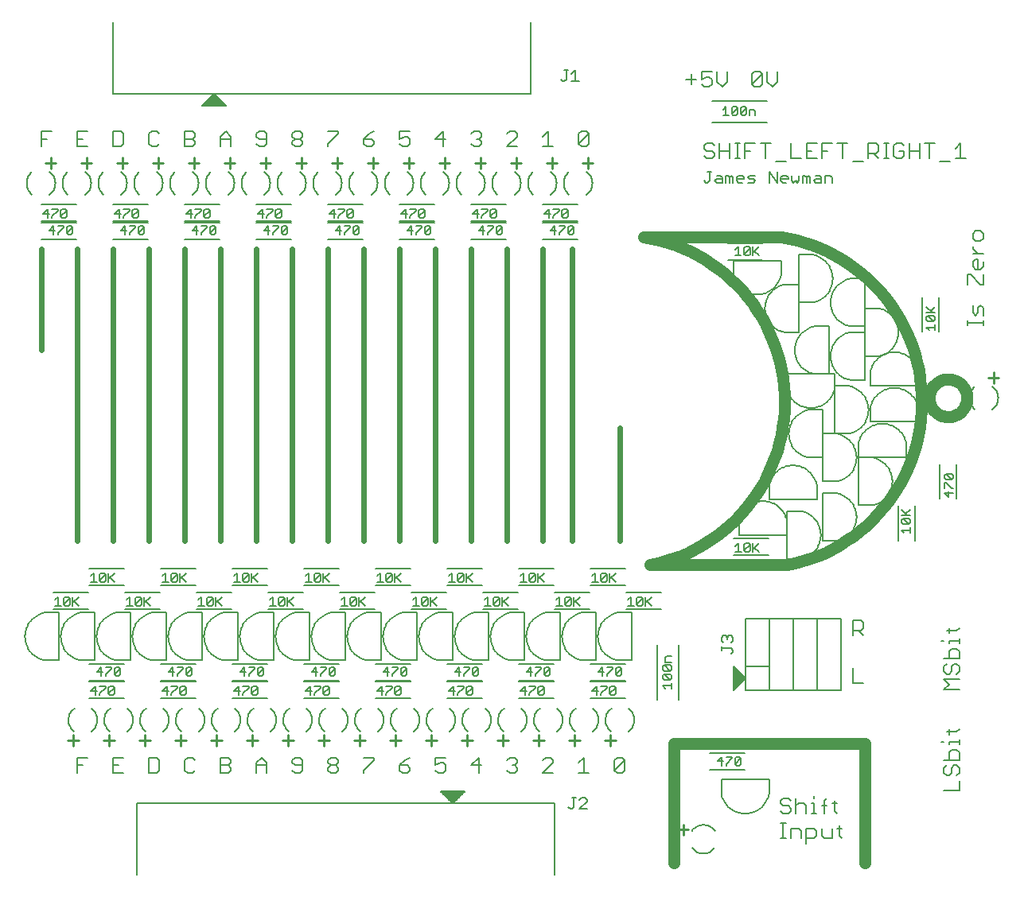
<source format=gto>
G04 Output by ViewMate Deluxe V11.0.9  PentaLogix LLC*
G04 Tue Dec 09 15:32:49 2014*
%FSLAX33Y33*%
%MOMM*%
%IPPOS*%
%ADD19C,0.13*%
%ADD108C,0.1524*%
%ADD110C,1.27*%
%ADD111C,0.6096*%
%ADD112C,0.127*%
%ADD113C,0.254*%

%LPD*%
X0Y0D2*D19*G1X12827Y75626D2*X12200Y74999D1*X78778Y87554D2*X78778Y88011D1*X60876Y13703D2*X60096Y13703D1*X60681Y14872D2*X60876Y14679D1*X60876Y14483*X60096Y13703*X58925Y13899D2*X59121Y13703D1*X59317Y13703*X59510Y13899*X59510Y14872*X59705Y14872D2*X59317Y14872D1*X60096Y14679D2*X60289Y14872D1*X60681Y14872*X69253Y26530D2*X68948Y26835D1*X69863Y26835*X69863Y27140D2*X69863Y26530D1*X69710Y27465D2*X69101Y27465D1*X68948Y27617*X68948Y27922*X69101Y28077*X69710Y28077D2*X69101Y28077D1*X69710Y27465*X69863Y27617*X69863Y27922*X69710Y28077*X69710Y28402D2*X69101Y28402D1*X68948Y28555*X68948Y28859*X69101Y29012*X69710Y29012D2*X69101Y29012D1*X69710Y28402*X69863Y28555*X69863Y28859*X69710Y29012*X69863Y29337D2*X69253Y29337D1*X69253Y29794*X69406Y29947*X69863Y29947*X76208Y30213D2*X76403Y30409D1*X76403Y30602*X76208Y30798*X75235Y30798*X75235Y30993D2*X75235Y30602D1*X75428Y31382D2*X75235Y31577D1*X75235Y31968*X75428Y32161*X75819Y31773D2*X75819Y31968D1*X76208Y31382D2*X76403Y31577D1*X76403Y31968*X76208Y32161*X76015Y32161*X75819Y31968*X75623Y32161*X75428Y32161*X75362Y88163D2*X75667Y88468D1*X75667Y87554*X75971Y87554D2*X75362Y87554D1*X76297Y87706D2*X76297Y88316D1*X76449Y88468*X76754Y88468*X76909Y88316*X76909Y87706D2*X76909Y88316D1*X76297Y87706*X76449Y87554*X76754Y87554*X76909Y87706*X77234Y87706D2*X77234Y88316D1*X77386Y88468*X77691Y88468*X77843Y88316*X77843Y87706D2*X77843Y88316D1*X77234Y87706*X77386Y87554*X77691Y87554*X77843Y87706*X78168Y87554D2*X78168Y88163D1*X78626Y88163*X78778Y88011*X80345Y80378D2*X80345Y81547D1*X82685Y81158D2*X82685Y80574D1*X86192Y80378D2*X86192Y81158D1*X86972Y80378D2*X86972Y80962D1*X86779Y81158*X86192Y81158*X85804Y80962D2*X85608Y81158D1*X85220Y81158*X85024Y80574D2*X85220Y80378D1*X85804Y80378*X85804Y80962*X85804Y80767D2*X85220Y80767D1*X85024Y80574*X83856Y81158D2*X83856Y80378D1*X84244Y80378D2*X84244Y80962D1*X84633Y80378D2*X84633Y80962D1*X84440Y81158*X84244Y80962*X84049Y81158*X83856Y81158*X83464Y81158D2*X83464Y80574D1*X83269Y80378*X83076Y80574*X82880Y80378*X82685Y80574*X82100Y80378D2*X81709Y80378D1*X81516Y80574*X81516Y80962*X81516Y80767D2*X82296Y80767D1*X82296Y80962*X82100Y81158*X81709Y81158*X81516Y80962*X81125Y81547D2*X81125Y80378D1*X80345Y81547*X78786Y81158D2*X78202Y81158D1*X78008Y80962*X78202Y80767*X78593Y80767*X78786Y80574*X78593Y80378*X78008Y80378*X77422Y80378D2*X77033Y80378D1*X76838Y80574*X76838Y80767D2*X77617Y80767D1*X77617Y80962*X77422Y81158*X77033Y81158*X76838Y80962*X76838Y80574*X75669Y81158D2*X75669Y80378D1*X76058Y80378D2*X76058Y80962D1*X76449Y80378D2*X76449Y80962D1*X76253Y81158*X76058Y80962*X75865Y81158*X75669Y81158*X75278Y80962D2*X75085Y81158D1*X74694Y81158*X74498Y80574D2*X74694Y80378D1*X75278Y80378*X75278Y80962*X75278Y80767D2*X74694Y80767D1*X74498Y80574*X73330Y80574D2*X73525Y80378D1*X73718Y80378*X73914Y80574*X73914Y81547*X73718Y81547D2*X74110Y81547D1*X58090Y91369D2*X58285Y91173D1*X58478Y91173*X60038Y91173D2*X59258Y91173D1*X59649Y91173D2*X59649Y92342D1*X59258Y91953*X58478Y92342D2*X58870Y92342D1*X58674Y92342D2*X58674Y91369D1*X58478Y91173*X97942Y64681D2*X97942Y65308D1*X97942Y64994D2*X97003Y64994D1*X97315Y64681*X97158Y65616D2*X97003Y65773D1*X97003Y66086*X97158Y66243*X97785Y65616*X97942Y65773*X97942Y66086*X97785Y66243*X97158Y66243*X97003Y66553D2*X97942Y66553D1*X97630Y66553D2*X97003Y67180D1*X97472Y66708D2*X97942Y67180D1*X97785Y65616D2*X97158Y65616D1*X99063Y49400D2*X99690Y48773D1*X99847Y48928*X99847Y49243*X99690Y49400*X99063Y49400*X98908Y49243*X98908Y48928*X99063Y48773*X99690Y48773*X99063Y48463D2*X99690Y47836D1*X99847Y47836*X99847Y47371D2*X98908Y47371D1*X99378Y46901*X99378Y47528*X98908Y47836D2*X98908Y48463D1*X99063Y48463*X95275Y45578D2*X94806Y45105D1*X94963Y44950D2*X94336Y45578D1*X94336Y44950D2*X95275Y44950D1*X95118Y44640D2*X95275Y44486D1*X95275Y44171*X95118Y44013*X94491Y44640*X95118Y44640D2*X94491Y44640D1*X94336Y44486*X94336Y44171*X94491Y44013*X95118Y44013*X95275Y43706D2*X95275Y43078D1*X95275Y43391D2*X94336Y43391D1*X94648Y43078*X79182Y41999D2*X78555Y41372D1*X78710Y41529D2*X79182Y41059D1*X78555Y41059D2*X78555Y41999D1*X78245Y41844D2*X77617Y41217D1*X77775Y41059*X78087Y41059*X78245Y41217*X78245Y41844*X78087Y41999*X77775Y41999*X77617Y41844*X77617Y41217*X77310Y41059D2*X76683Y41059D1*X76995Y41059D2*X76995Y41999D1*X76683Y41686*X67752Y36284D2*X67125Y35657D1*X67280Y35814D2*X67752Y35344D1*X67125Y35344D2*X67125Y36284D1*X66815Y36129D2*X66187Y35502D1*X66345Y35344*X66657Y35344*X66815Y35502*X66815Y36129*X66657Y36284*X66345Y36284*X66187Y36129*X66187Y35502*X65880Y35344D2*X65253Y35344D1*X65565Y35344D2*X65565Y36284D1*X65253Y35971*X63942Y37884D2*X63470Y38354D1*X63315Y38197D2*X63942Y38824D1*X63315Y38824D2*X63315Y37884D1*X63005Y38042D2*X62847Y37884D1*X62535Y37884*X62377Y38042*X63005Y38669*X63005Y38042D2*X63005Y38669D1*X62847Y38824*X62535Y38824*X62377Y38669*X62377Y38042*X62070Y37884D2*X61443Y37884D1*X61755Y37884D2*X61755Y38824D1*X61443Y38511*X60132Y36284D2*X59505Y35657D1*X59660Y35814D2*X60132Y35344D1*X59505Y35344D2*X59505Y36284D1*X59195Y36129D2*X58567Y35502D1*X58725Y35344*X59037Y35344*X59195Y35502*X59195Y36129*X59037Y36284*X58725Y36284*X58567Y36129*X58567Y35502*X58260Y35344D2*X57633Y35344D1*X57945Y35344D2*X57945Y36284D1*X57633Y35971*X56322Y37884D2*X55850Y38354D1*X55695Y38197D2*X56322Y38824D1*X55695Y38824D2*X55695Y37884D1*X55385Y38042D2*X55227Y37884D1*X54915Y37884*X54757Y38042*X55385Y38669*X55385Y38042D2*X55385Y38669D1*X55227Y38824*X54915Y38824*X54757Y38669*X54757Y38042*X54450Y37884D2*X53823Y37884D1*X54135Y37884D2*X54135Y38824D1*X53823Y38511*X52512Y36284D2*X51885Y35657D1*X51885Y35344D2*X51885Y36284D1*X51575Y36129D2*X50947Y35502D1*X51105Y35344*X51417Y35344*X51575Y35502*X51575Y36129*X51417Y36284*X51105Y36284*X50947Y36129*X50947Y35502*X50640Y35344D2*X50013Y35344D1*X50325Y35344D2*X50325Y36284D1*X50013Y35971*X48702Y37884D2*X48230Y38354D1*X48075Y38197D2*X48702Y38824D1*X48075Y38824D2*X48075Y37884D1*X47765Y38042D2*X47607Y37884D1*X47295Y37884*X47137Y38042*X47765Y38669*X47765Y38042D2*X47765Y38669D1*X47607Y38824*X47295Y38824*X47137Y38669*X47137Y38042*X46830Y37884D2*X46203Y37884D1*X46515Y37884D2*X46515Y38824D1*X46203Y38511*X44892Y36284D2*X44265Y35657D1*X44420Y35814D2*X44892Y35344D1*X44265Y35344D2*X44265Y36284D1*X43955Y36129D2*X43327Y35502D1*X43485Y35344*X43797Y35344*X43955Y35502*X43955Y36129*X43797Y36284*X43485Y36284*X43327Y36129*X43327Y35502*X43020Y35344D2*X42393Y35344D1*X42705Y35344D2*X42705Y36284D1*X42393Y35971*X41082Y37884D2*X40610Y38354D1*X40455Y38197D2*X41082Y38824D1*X40455Y38824D2*X40455Y37884D1*X40145Y38042D2*X40145Y38669D1*X39517Y38042*X39675Y37884*X39987Y37884*X40145Y38042*X40145Y38669D2*X39987Y38824D1*X39675Y38824*X39517Y38669*X39517Y38042*X39210Y37884D2*X38583Y37884D1*X38895Y37884D2*X38895Y38824D1*X38583Y38511*X37272Y36284D2*X36645Y35657D1*X36800Y35814D2*X37272Y35344D1*X36645Y35344D2*X36645Y36284D1*X36335Y36129D2*X35707Y35502D1*X35865Y35344*X36177Y35344*X36335Y35502*X36335Y36129*X36177Y36284*X35865Y36284*X35707Y36129*X35707Y35502*X35400Y35344D2*X34773Y35344D1*X35085Y35344D2*X35085Y36284D1*X34773Y35971*X33462Y37884D2*X32990Y38354D1*X32835Y38197D2*X33462Y38824D1*X32835Y38824D2*X32835Y37884D1*X32525Y38042D2*X32525Y38669D1*X31897Y38042*X32055Y37884*X32367Y37884*X32525Y38042*X32525Y38669D2*X32367Y38824D1*X32055Y38824*X31897Y38669*X31897Y38042*X31590Y37884D2*X30963Y37884D1*X31275Y37884D2*X31275Y38824D1*X30963Y38511*X29652Y36284D2*X29025Y35657D1*X29180Y35814D2*X29652Y35344D1*X29025Y35344D2*X29025Y36284D1*X28715Y36129D2*X28087Y35502D1*X28245Y35344*X28557Y35344*X28715Y35502*X28715Y36129*X28557Y36284*X28245Y36284*X28087Y36129*X28087Y35502*X27780Y35344D2*X27153Y35344D1*X27465Y35344D2*X27465Y36284D1*X27153Y35971*X25842Y37884D2*X25370Y38354D1*X25215Y38197D2*X25842Y38824D1*X25215Y38824D2*X25215Y37884D1*X24905Y38042D2*X24747Y37884D1*X24435Y37884*X24277Y38042*X24905Y38669*X24905Y38042D2*X24905Y38669D1*X24747Y38824*X24435Y38824*X24277Y38669*X24277Y38042*X23970Y37884D2*X23343Y37884D1*X23655Y37884D2*X23655Y38824D1*X23343Y38511*X22032Y36284D2*X21405Y35657D1*X21560Y35814D2*X22032Y35344D1*X21405Y35344D2*X21405Y36284D1*X21095Y36129D2*X20467Y35502D1*X20625Y35344*X20937Y35344*X21095Y35502*X21095Y36129*X20937Y36284*X20625Y36284*X20467Y36129*X20467Y35502*X20160Y35344D2*X19533Y35344D1*X19845Y35344D2*X19845Y36284D1*X19533Y35971*X18222Y37884D2*X17750Y38354D1*X17595Y38197D2*X18222Y38824D1*X17595Y38824D2*X17595Y37884D1*X17285Y38042D2*X17127Y37884D1*X16815Y37884*X16657Y38042*X17285Y38669*X17285Y38042D2*X17285Y38669D1*X17127Y38824*X16815Y38824*X16657Y38669*X16657Y38042*X16350Y37884D2*X15723Y37884D1*X16035Y37884D2*X16035Y38824D1*X15723Y38511*X14412Y36284D2*X13785Y35657D1*X13940Y35814D2*X14412Y35344D1*X13785Y35344D2*X13785Y36284D1*X13475Y36129D2*X12847Y35502D1*X13005Y35344*X13317Y35344*X13475Y35502*X13475Y36129*X13317Y36284*X13005Y36284*X12847Y36129*X12847Y35502*X12540Y35344D2*X11913Y35344D1*X12225Y35344D2*X12225Y36284D1*X11913Y35971*X10602Y37884D2*X10130Y38354D1*X9975Y38197D2*X10602Y38824D1*X9975Y38824D2*X9975Y37884D1*X9665Y38042D2*X9507Y37884D1*X9195Y37884*X9037Y38042*X9665Y38669*X9665Y38042D2*X9665Y38669D1*X9507Y38824*X9195Y38824*X9037Y38669*X9037Y38042*X8730Y37884D2*X8103Y37884D1*X8415Y37884D2*X8415Y38824D1*X8103Y38511*X6792Y36284D2*X6165Y35657D1*X6320Y35814D2*X6792Y35344D1*X6165Y35344D2*X6165Y36284D1*X5855Y36129D2*X5227Y35502D1*X5385Y35344*X5697Y35344*X5855Y35502*X5855Y36129*X5697Y36284*X5385Y36284*X5227Y36129*X5227Y35502*X4920Y35344D2*X4293Y35344D1*X4605Y35344D2*X4605Y36284D1*X4293Y35971*X9195Y28791D2*X8725Y28321D1*X9352Y28321*X9660Y27851D2*X9660Y28009D1*X10287Y28636*X10287Y28791*X9660Y28791*X9195Y28791D2*X9195Y27851D1*X9037Y26759D2*X9665Y26759D1*X9665Y26604*X9037Y25977*X9037Y25819*X8572Y25819D2*X8572Y26759D1*X8103Y26289*X8730Y26289*X9975Y25977D2*X10602Y26604D1*X10602Y25977*X10444Y25819*X10130Y25819*X9975Y25977*X9975Y26604*X10130Y26759*X10444Y26759*X10602Y26604*X10752Y27851D2*X10597Y28009D1*X11224Y28636*X11224Y28009*X11067Y27851*X10752Y27851*X10597Y28009D2*X10597Y28636D1*X10752Y28791*X11067Y28791*X11224Y28636*X15723Y26289D2*X16350Y26289D1*X16657Y25819D2*X16657Y25977D1*X17285Y26604*X17285Y26759*X16657Y26759*X15723Y26289D2*X16192Y26759D1*X16192Y25819*X16815Y27851D2*X16815Y28791D1*X16345Y28321*X16972Y28321*X17280Y28009D2*X17907Y28636D1*X17907Y28791*X17280Y28791*X17280Y28009D2*X17280Y27851D1*X18217Y28009D2*X18844Y28636D1*X18844Y28009*X18687Y27851*X18372Y27851*X18217Y28009*X18217Y28636*X18372Y28791*X18687Y28791*X18844Y28636*X18064Y26759D2*X17750Y26759D1*X17595Y26604*X17595Y25977*X18222Y26604*X18222Y25977*X18064Y25819*X17750Y25819*X17595Y25977*X18222Y26604D2*X18064Y26759D1*X23343Y26289D2*X23970Y26289D1*X24277Y25819D2*X24277Y25977D1*X24905Y26604*X24905Y26759*X24277Y26759*X23343Y26289D2*X23812Y26759D1*X23812Y25819*X24435Y27851D2*X24435Y28791D1*X23965Y28321*X24592Y28321*X24900Y27851D2*X24900Y28009D1*X25527Y28636*X25527Y28791*X24900Y28791*X25837Y28636D2*X25837Y28009D1*X26464Y28636*X26464Y28009*X26307Y27851*X25992Y27851*X25837Y28009*X25837Y28636D2*X25992Y28791D1*X26307Y28791*X26464Y28636*X25684Y26759D2*X25370Y26759D1*X25215Y26604*X25215Y25977*X25842Y26604*X25842Y25977*X25684Y25819*X25370Y25819*X25215Y25977*X25842Y26604D2*X25684Y26759D1*X30963Y26289D2*X31590Y26289D1*X31897Y25819D2*X31897Y25977D1*X32525Y26604*X32525Y26759*X31897Y26759*X31432Y25819D2*X31432Y26759D1*X30963Y26289*X32055Y27851D2*X32055Y28791D1*X31585Y28321*X32212Y28321*X32520Y27851D2*X32520Y28009D1*X33147Y28636*X33147Y28791*X32520Y28791*X33457Y28636D2*X33457Y28009D1*X34084Y28636*X34084Y28009*X33927Y27851*X33612Y27851*X33457Y28009*X33457Y28636D2*X33612Y28791D1*X33927Y28791*X34084Y28636*X33304Y26759D2*X33462Y26604D1*X32835Y25977*X32990Y25819*X33304Y25819*X33462Y25977*X33462Y26604*X33304Y26759D2*X32990Y26759D1*X32835Y26604*X32835Y25977*X38583Y26289D2*X39210Y26289D1*X39517Y25977D2*X40145Y26604D1*X40145Y26759*X39517Y26759*X39052Y26759D2*X39052Y25819D1*X39517Y25819D2*X39517Y25977D1*X39052Y26759D2*X38583Y26289D1*X39675Y27851D2*X39675Y28791D1*X39205Y28321*X39832Y28321*X40140Y27851D2*X40140Y28009D1*X40767Y28636*X40767Y28791*X40140Y28791*X41077Y28636D2*X41077Y28009D1*X41704Y28636*X41704Y28009*X41547Y27851*X41232Y27851*X41077Y28009*X41077Y28636D2*X41232Y28791D1*X41547Y28791*X41704Y28636*X40924Y26759D2*X41082Y26604D1*X40455Y25977*X40610Y25819*X40924Y25819*X41082Y25977*X41082Y26604*X40924Y26759D2*X40610Y26759D1*X40455Y26604*X40455Y25977*X46203Y26289D2*X46830Y26289D1*X47137Y25819D2*X47137Y25977D1*X47765Y26604*X47765Y26759*X47137Y26759*X46203Y26289D2*X46672Y26759D1*X46672Y25819*X47295Y27851D2*X47295Y28791D1*X46825Y28321*X47452Y28321*X47760Y27851D2*X47760Y28009D1*X48387Y28636*X48387Y28791*X47760Y28791*X48697Y28636D2*X48852Y28791D1*X49167Y28791*X49324Y28636*X48697Y28009*X48852Y27851*X49167Y27851*X49324Y28009*X49324Y28636*X48697Y28636D2*X48697Y28009D1*X48544Y26759D2*X48702Y26604D1*X48075Y25977*X48230Y25819*X48544Y25819*X48702Y25977*X48702Y26604*X48544Y26759D2*X48230Y26759D1*X48075Y26604*X48075Y25977*X53823Y26289D2*X54450Y26289D1*X54757Y25819D2*X54757Y25977D1*X55385Y26604*X55385Y26759*X54757Y26759*X53823Y26289D2*X54292Y26759D1*X54292Y25819*X54915Y27851D2*X54915Y28791D1*X54445Y28321*X55072Y28321*X55380Y27851D2*X55380Y28009D1*X56007Y28636*X56007Y28791*X55380Y28791*X56317Y28636D2*X56317Y28009D1*X56944Y28636*X56944Y28009*X56787Y27851*X56472Y27851*X56317Y28009*X56317Y28636D2*X56472Y28791D1*X56787Y28791*X56944Y28636*X56164Y26759D2*X55850Y26759D1*X55695Y26604*X55695Y25977*X56322Y26604*X56322Y25977*X56164Y25819*X55850Y25819*X55695Y25977*X56322Y26604D2*X56164Y26759D1*X61443Y26289D2*X62070Y26289D1*X62377Y25819D2*X62377Y25977D1*X63005Y26604*X63005Y26759*X62377Y26759*X61443Y26289D2*X61912Y26759D1*X61912Y25819*X62535Y27851D2*X62535Y28791D1*X62065Y28321*X62692Y28321*X63000Y27851D2*X63000Y28009D1*X63627Y28636*X63627Y28791*X63000Y28791*X63937Y28636D2*X63937Y28009D1*X64564Y28636*X64564Y28009*X64407Y27851*X64092Y27851*X63937Y28009*X63937Y28636D2*X64092Y28791D1*X64407Y28791*X64564Y28636*X63784Y26759D2*X63470Y26759D1*X63315Y26604*X63315Y25977*X63942Y26604*X63942Y25977*X63784Y25819*X63470Y25819*X63315Y25977*X63942Y26604D2*X63784Y26759D1*X74765Y18796D2*X75392Y18796D1*X75700Y18326D2*X75700Y18484D1*X76327Y19111*X76327Y19266*X75700Y19266*X74765Y18796D2*X75235Y19266D1*X75235Y18326*X76637Y19111D2*X76637Y18484D1*X77264Y19111*X77264Y18484*X77107Y18326*X76792Y18326*X76637Y18484*X76637Y19111D2*X76792Y19266D1*X77107Y19266*X77264Y19111*X77297Y72619D2*X76670Y72619D1*X76982Y72619D2*X76982Y73558D1*X76670Y73246*X77605Y73403D2*X77605Y72776D1*X78232Y73403*X78232Y72776*X78077Y72619*X77762Y72619*X77605Y72776*X77605Y73403D2*X77762Y73558D1*X78077Y73558*X78232Y73403*X78542Y73558D2*X78542Y72619D1*X78542Y72931D2*X79169Y73558D1*X78697Y73088D2*X79169Y72619D1*X59484Y74999D2*X59327Y74841D1*X59012Y74841*X58857Y74999*X59484Y75626*X59484Y74999D2*X59484Y75626D1*X59327Y75781*X59012Y75781*X58857Y75626*X58857Y74999*X58547Y75626D2*X57920Y74999D1*X57920Y74841*X57455Y74841D2*X57455Y75781D1*X56985Y75311*X57612Y75311*X57920Y75781D2*X58547Y75781D1*X58547Y75626*X58390Y76619D2*X58235Y76777D1*X58862Y77404*X58862Y76777*X58704Y76619*X58390Y76619*X58235Y76777D2*X58235Y77404D1*X58390Y77559*X58704Y77559*X58862Y77404*X57925Y77404D2*X57297Y76777D1*X57297Y76619*X56832Y76619D2*X56832Y77559D1*X56363Y77089*X56990Y77089*X57297Y77559D2*X57925Y77559D1*X57925Y77404*X51864Y75626D2*X51237Y74999D1*X51392Y74841*X51707Y74841*X51864Y74999*X51864Y75626*X51707Y75781*X51392Y75781*X51237Y75626*X51237Y74999*X50927Y75626D2*X50300Y74999D1*X50300Y74841*X49835Y74841D2*X49835Y75781D1*X49365Y75311*X49992Y75311*X50300Y75781D2*X50927Y75781D1*X50927Y75626*X50770Y76619D2*X50615Y76777D1*X51242Y77404*X51242Y76777*X51084Y76619*X50770Y76619*X50615Y76777D2*X50615Y77404D1*X50770Y77559*X51084Y77559*X51242Y77404*X50305Y77404D2*X49677Y76777D1*X49677Y76619*X49212Y76619D2*X49212Y77559D1*X48743Y77089*X49370Y77089*X49677Y77559D2*X50305Y77559D1*X50305Y77404*X44244Y75626D2*X43617Y74999D1*X43772Y74841*X44087Y74841*X44244Y74999*X44244Y75626*X44087Y75781*X43772Y75781*X43617Y75626*X43617Y74999*X43307Y75626D2*X42680Y74999D1*X42680Y74841*X42215Y74841D2*X42215Y75781D1*X41745Y75311*X42372Y75311*X42680Y75781D2*X43307Y75781D1*X43307Y75626*X43150Y76619D2*X42995Y76777D1*X43622Y77404*X43622Y76777*X43464Y76619*X43150Y76619*X42995Y76777D2*X42995Y77404D1*X43150Y77559*X43464Y77559*X43622Y77404*X42685Y77404D2*X42057Y76777D1*X42057Y76619*X41592Y76619D2*X41592Y77559D1*X41123Y77089*X41750Y77089*X42057Y77559D2*X42685Y77559D1*X42685Y77404*X36624Y75626D2*X35997Y74999D1*X36152Y74841*X36467Y74841*X36624Y74999*X36624Y75626*X36467Y75781*X36152Y75781*X35997Y75626*X35997Y74999*X35687Y75626D2*X35060Y74999D1*X35060Y74841*X34595Y74841D2*X34595Y75781D1*X34125Y75311*X34752Y75311*X35060Y75781D2*X35687Y75781D1*X35687Y75626*X35530Y76619D2*X35375Y76777D1*X36002Y77404*X36002Y76777*X35844Y76619*X35530Y76619*X35375Y76777D2*X35375Y77404D1*X35530Y77559*X35844Y77559*X36002Y77404*X35065Y77404D2*X34437Y76777D1*X34437Y76619*X33972Y76619D2*X33972Y77559D1*X33503Y77089*X34130Y77089*X34437Y77559D2*X35065Y77559D1*X35065Y77404*X29004Y75626D2*X28377Y74999D1*X28532Y74841*X28847Y74841*X29004Y74999*X29004Y75626*X28847Y75781*X28532Y75781*X28377Y75626*X28377Y74999*X28067Y75626D2*X27440Y74999D1*X27440Y74841*X26975Y74841D2*X26975Y75781D1*X26505Y75311*X27132Y75311*X27440Y75781D2*X28067Y75781D1*X28067Y75626*X27910Y76619D2*X27755Y76777D1*X28382Y77404*X28382Y76777*X28224Y76619*X27910Y76619*X27755Y76777D2*X27755Y77404D1*X27910Y77559*X28224Y77559*X28382Y77404*X27445Y77404D2*X26817Y76777D1*X26817Y76619*X26352Y76619D2*X26352Y77559D1*X25883Y77089*X26510Y77089*X26817Y77559D2*X27445Y77559D1*X27445Y77404*X21384Y75626D2*X20757Y74999D1*X20912Y74841*X21227Y74841*X21384Y74999*X21384Y75626*X21227Y75781*X20912Y75781*X20757Y75626*X20757Y74999*X20447Y75626D2*X19820Y74999D1*X19820Y74841*X19355Y74841D2*X19355Y75781D1*X18885Y75311*X19512Y75311*X19820Y75781D2*X20447Y75781D1*X20447Y75626*X20290Y76619D2*X20135Y76777D1*X20762Y77404*X20762Y76777*X20604Y76619*X20290Y76619*X20135Y76777D2*X20135Y77404D1*X20290Y77559*X20604Y77559*X20762Y77404*X19825Y77404D2*X19197Y76777D1*X19197Y76619*X18732Y76619D2*X18732Y77559D1*X18263Y77089*X18890Y77089*X19197Y77559D2*X19825Y77559D1*X19825Y77404*X13764Y75626D2*X13137Y74999D1*X13292Y74841*X13607Y74841*X13764Y74999*X13764Y75626*X13607Y75781*X13292Y75781*X13137Y75626*X13137Y74999*X12200Y74999D2*X12200Y74841D1*X11735Y74841D2*X11735Y75781D1*X11265Y75311*X11892Y75311*X12200Y75781D2*X12827Y75781D1*X12827Y75626*X12670Y76619D2*X12515Y76777D1*X13142Y77404*X13142Y76777*X12984Y76619*X12670Y76619*X12515Y76777D2*X12515Y77404D1*X12670Y77559*X12984Y77559*X13142Y77404*X12205Y77404D2*X11577Y76777D1*X11577Y76619*X11112Y76619D2*X11112Y77559D1*X10643Y77089*X11270Y77089*X11577Y77559D2*X12205Y77559D1*X12205Y77404*X6144Y75626D2*X5517Y74999D1*X5672Y74841*X5987Y74841*X6144Y74999*X6144Y75626*X5987Y75781*X5672Y75781*X5517Y75626*X5517Y74999*X5207Y75626D2*X4580Y74999D1*X4580Y74841*X4115Y74841D2*X4115Y75781D1*X3645Y75311*X4272Y75311*X4580Y75781D2*X5207Y75781D1*X5207Y75626*X5050Y76619D2*X4895Y76777D1*X5522Y77404*X5522Y76777*X5364Y76619*X5050Y76619*X4895Y76777D2*X4895Y77404D1*X5050Y77559*X5364Y77559*X5522Y77404*X4585Y77404D2*X3957Y76777D1*X3957Y76619*X3492Y76619D2*X3492Y77559D1*X3023Y77089*X3650Y77089*X3957Y77559D2*X4585Y77559D1*X4585Y77404*X52040Y35814D2*X52512Y35344D1*D108*X89230Y27064D2*X90315Y27064D1*X58420Y80328D2*X58425Y80213D1*X58438Y80096*X58458Y79985*X58489Y79873*X58529Y79764*X58575Y79657*X58631Y79555*X58692Y79459*X58760Y79367*X58837Y79278*X58920Y79200*X59009Y79124*X61468Y80328D2*X61463Y80208D1*X61448Y80086*X61425Y79969*X61392Y79853*X61351Y79741*X61298Y79629*X61239Y79525*X61173Y79426*X61097Y79332*X61013Y79243*X60924Y79162*X60830Y79088*X58420Y80328D2*X58425Y80442D1*X58438Y80559*X58458Y80670*X58489Y80782*X58529Y80891*X58575Y80998*X58631Y81100*X58692Y81196*X58760Y81288*X58837Y81377*X58920Y81455*X59009Y81531*X61468Y80328D2*X61463Y80444D1*X61450Y80561*X61427Y80678*X61397Y80792*X61356Y80902*X61308Y81008*X61250Y81112*X61186Y81211*X61115Y81303*X61036Y81392*X60950Y81473*X60858Y81547*X39370Y80328D2*X39375Y80213D1*X39388Y80096*X39408Y79985*X39439Y79873*X39479Y79764*X39525Y79657*X39581Y79555*X39642Y79459*X39710Y79367*X39787Y79278*X39870Y79200*X39959Y79124*X42418Y80328D2*X42413Y80208D1*X42398Y80086*X42375Y79969*X42342Y79853*X42301Y79741*X42248Y79629*X42189Y79525*X42123Y79426*X42047Y79332*X41963Y79243*X41874Y79162*X41780Y79088*X39370Y80328D2*X39375Y80442D1*X39388Y80559*X39408Y80670*X39439Y80782*X39479Y80891*X39525Y80998*X39581Y81100*X39642Y81196*X39710Y81288*X39787Y81377*X39870Y81455*X39959Y81531*X42418Y80328D2*X42413Y80444D1*X42400Y80561*X42377Y80678*X42347Y80792*X42306Y80902*X42258Y81008*X42200Y81112*X42136Y81211*X42065Y81303*X41986Y81392*X41900Y81473*X41808Y81547*X36149Y79124D2*X36060Y79200D1*X35977Y79278*X35900Y79367*X35832Y79459*X35771Y79555*X35715Y79657*X35669Y79764*X35629Y79873*X35598Y79985*X35578Y80096*X35565Y80213*X35560Y80328*X37998Y81547D2*X38090Y81473D1*X38176Y81392*X38255Y81303*X38326Y81211*X38390Y81112*X38448Y81008*X38496Y80902*X38537Y80792*X38567Y80678*X38590Y80561*X38603Y80444*X38608Y80328*X37970Y79088D2*X38064Y79162D1*X38153Y79243*X38237Y79332*X38313Y79426*X38379Y79525*X38438Y79629*X38491Y79741*X38532Y79853*X38565Y79969*X38588Y80086*X38603Y80208*X38608Y80328*X36149Y81531D2*X36060Y81455D1*X35977Y81377*X35900Y81288*X35832Y81196*X35771Y81100*X35715Y80998*X35669Y80891*X35629Y80782*X35598Y80670*X35578Y80559*X35565Y80442*X35560Y80328*X37020Y74358D2*X33338Y74358D1*X33338Y76136D2*X37020Y76136D1*X37020Y76264D2*X33338Y76264D1*X33338Y78042D2*X37020Y78042D1*X31750Y80328D2*X31755Y80213D1*X31768Y80096*X31788Y79985*X31819Y79873*X31859Y79764*X31905Y79657*X31961Y79555*X32022Y79459*X32090Y79367*X32167Y79278*X32250Y79200*X32339Y79124*X34798Y80328D2*X34793Y80208D1*X34778Y80086*X34755Y79969*X34722Y79853*X34681Y79741*X34628Y79629*X34569Y79525*X34503Y79426*X34427Y79332*X34343Y79243*X34254Y79162*X34160Y79088*X31750Y80328D2*X31755Y80442D1*X31768Y80559*X31788Y80670*X31819Y80782*X31859Y80891*X31905Y80998*X31961Y81100*X32022Y81196*X32090Y81288*X32167Y81377*X32250Y81455*X32339Y81531*X34798Y80328D2*X34793Y80444D1*X34780Y80561*X34757Y80678*X34727Y80792*X34686Y80902*X34638Y81008*X34580Y81112*X34516Y81211*X34445Y81303*X34366Y81392*X34280Y81473*X34188Y81547*X28529Y79124D2*X28440Y79200D1*X28357Y79278*X28280Y79367*X28212Y79459*X28151Y79555*X28095Y79657*X28049Y79764*X28009Y79873*X27978Y79985*X27958Y80096*X27945Y80213*X27940Y80328*X30378Y81547D2*X30470Y81473D1*X30556Y81392*X30635Y81303*X30706Y81211*X30770Y81112*X30828Y81008*X30876Y80902*X30917Y80792*X30947Y80678*X30970Y80561*X30983Y80444*X30988Y80328*X30350Y79088D2*X30444Y79162D1*X30533Y79243*X30617Y79332*X30693Y79426*X30759Y79525*X30818Y79629*X30871Y79741*X30912Y79853*X30945Y79969*X30968Y80086*X30983Y80208*X30988Y80328*X28529Y81531D2*X28440Y81455D1*X28357Y81377*X28280Y81288*X28212Y81196*X28151Y81100*X28095Y80998*X28049Y80891*X28009Y80782*X27978Y80670*X27958Y80559*X27945Y80442*X27940Y80328*X29400Y74358D2*X25718Y74358D1*X25718Y76136D2*X29400Y76136D1*X29400Y76264D2*X25718Y76264D1*X25718Y78042D2*X29400Y78042D1*X24130Y80328D2*X24135Y80213D1*X24148Y80096*X24168Y79985*X24199Y79873*X24239Y79764*X24285Y79657*X24341Y79555*X24402Y79459*X24470Y79367*X24547Y79278*X24630Y79200*X24719Y79124*X27178Y80328D2*X27173Y80208D1*X27158Y80086*X27135Y79969*X27102Y79853*X27061Y79741*X27008Y79629*X26949Y79525*X26883Y79426*X26807Y79332*X26723Y79243*X26634Y79162*X26540Y79088*X24130Y80328D2*X24135Y80442D1*X24148Y80559*X24168Y80670*X24199Y80782*X24239Y80891*X24285Y80998*X24341Y81100*X24402Y81196*X24470Y81288*X24547Y81377*X24630Y81455*X24719Y81531*X27178Y80328D2*X27173Y80444D1*X27160Y80561*X27137Y80678*X27107Y80792*X27066Y80902*X27018Y81008*X26960Y81112*X26896Y81211*X26825Y81303*X26746Y81392*X26660Y81473*X26568Y81547*X20909Y79124D2*X20820Y79200D1*X20737Y79278*X20660Y79367*X20592Y79459*X20531Y79555*X20475Y79657*X20429Y79764*X20389Y79873*X20358Y79985*X20338Y80096*X20325Y80213*X20320Y80328*X22758Y81547D2*X22850Y81473D1*X22936Y81392*X23015Y81303*X23086Y81211*X23150Y81112*X23208Y81008*X23256Y80902*X23297Y80792*X23327Y80678*X23350Y80561*X23363Y80444*X23368Y80328*X22730Y79088D2*X22824Y79162D1*X22913Y79243*X22997Y79332*X23073Y79426*X23139Y79525*X23198Y79629*X23251Y79741*X23292Y79853*X23325Y79969*X23348Y80086*X23363Y80208*X23368Y80328*X20909Y81531D2*X20820Y81455D1*X20737Y81377*X20660Y81288*X20592Y81196*X20531Y81100*X20475Y80998*X20429Y80891*X20389Y80782*X20358Y80670*X20338Y80559*X20325Y80442*X20320Y80328*X21780Y74358D2*X18098Y74358D1*X18098Y76136D2*X21780Y76136D1*X21780Y76264D2*X18098Y76264D1*X18098Y78042D2*X21780Y78042D1*X16510Y80328D2*X16515Y80213D1*X16528Y80096*X16548Y79985*X16579Y79873*X16619Y79764*X16665Y79657*X16721Y79555*X16782Y79459*X16850Y79367*X16927Y79278*X17010Y79200*X17099Y79124*X19558Y80328D2*X19553Y80208D1*X19538Y80086*X19515Y79969*X19482Y79853*X19441Y79741*X19388Y79629*X19329Y79525*X19263Y79426*X19187Y79332*X19103Y79243*X19014Y79162*X18920Y79088*X16510Y80328D2*X16515Y80442D1*X16528Y80559*X16548Y80670*X16579Y80782*X16619Y80891*X16665Y80998*X16721Y81100*X16782Y81196*X16850Y81288*X16927Y81377*X17010Y81455*X17099Y81531*X19558Y80328D2*X19553Y80444D1*X19540Y80561*X19517Y80678*X19487Y80792*X19446Y80902*X19398Y81008*X19340Y81112*X19276Y81211*X19205Y81303*X19126Y81392*X19040Y81473*X18948Y81547*X13289Y79124D2*X13200Y79200D1*X13117Y79278*X13040Y79367*X12972Y79459*X12911Y79555*X12855Y79657*X12809Y79764*X12769Y79873*X12738Y79985*X12718Y80096*X12705Y80213*X12700Y80328*X15138Y81547D2*X15230Y81473D1*X15316Y81392*X15395Y81303*X15466Y81211*X15530Y81112*X15588Y81008*X15636Y80902*X15677Y80792*X15707Y80678*X15730Y80561*X15743Y80444*X15748Y80328*X15110Y79088D2*X15204Y79162D1*X15293Y79243*X15377Y79332*X15453Y79426*X15519Y79525*X15578Y79629*X15631Y79741*X15672Y79853*X15705Y79969*X15728Y80086*X15743Y80208*X15748Y80328*X13289Y81531D2*X13200Y81455D1*X13117Y81377*X13040Y81288*X12972Y81196*X12911Y81100*X12855Y80998*X12809Y80891*X12769Y80782*X12738Y80670*X12718Y80559*X12705Y80442*X12700Y80328*X14160Y74358D2*X10478Y74358D1*X10478Y76136D2*X14160Y76136D1*X14160Y76264D2*X10478Y76264D1*X10478Y78042D2*X14160Y78042D1*X8890Y80328D2*X8895Y80213D1*X8908Y80096*X8928Y79985*X8959Y79873*X8999Y79764*X9045Y79657*X9101Y79555*X9162Y79459*X9230Y79367*X9307Y79278*X9390Y79200*X9479Y79124*X11938Y80328D2*X11933Y80208D1*X11918Y80086*X11895Y79969*X11862Y79853*X11821Y79741*X11768Y79629*X11709Y79525*X11643Y79426*X11567Y79332*X11483Y79243*X11394Y79162*X11300Y79088*X8890Y80328D2*X8895Y80442D1*X8908Y80559*X8928Y80670*X8959Y80782*X8999Y80891*X9045Y80998*X9101Y81100*X9162Y81196*X9230Y81288*X9307Y81377*X9390Y81455*X9479Y81531*X11938Y80328D2*X11933Y80444D1*X11920Y80561*X11897Y80678*X11867Y80792*X11826Y80902*X11778Y81008*X11720Y81112*X11656Y81211*X11585Y81303*X11506Y81392*X11420Y81473*X11328Y81547*X5080Y80328D2*X5085Y80213D1*X5098Y80096*X5118Y79985*X5149Y79873*X5189Y79764*X5235Y79657*X5291Y79555*X5352Y79459*X5420Y79367*X5497Y79278*X5580Y79200*X5669Y79124*X8128Y80328D2*X8123Y80444D1*X8110Y80561*X8087Y80678*X8057Y80792*X8016Y80902*X7968Y81008*X7910Y81112*X7846Y81211*X7775Y81303*X7696Y81392*X7610Y81473*X7518Y81547*X5080Y80328D2*X5085Y80442D1*X5098Y80559*X5118Y80670*X5149Y80782*X5189Y80891*X5235Y80998*X5291Y81100*X5352Y81196*X5420Y81288*X5497Y81377*X5580Y81455*X5669Y81531*X8128Y80328D2*X8123Y80208D1*X8108Y80086*X8085Y79969*X8052Y79853*X8011Y79741*X7958Y79629*X7899Y79525*X7833Y79426*X7757Y79332*X7673Y79243*X7584Y79162*X7490Y79088*X3708Y81547D2*X3800Y81473D1*X3886Y81392*X3965Y81303*X4036Y81211*X4100Y81112*X4158Y81008*X4206Y80902*X4247Y80792*X4277Y80678*X4300Y80561*X4313Y80444*X4318Y80328*X1859Y79124D2*X1770Y79200D1*X1687Y79278*X1610Y79367*X1542Y79459*X1481Y79555*X1425Y79657*X1379Y79764*X1339Y79873*X1308Y79985*X1288Y80096*X1275Y80213*X1270Y80328*X1859Y81531D2*X1770Y81455D1*X1687Y81377*X1610Y81288*X1542Y81196*X1481Y81100*X1425Y80998*X1379Y80891*X1339Y80782*X1308Y80670*X1288Y80559*X1275Y80442*X1270Y80328*X6540Y74358D2*X2858Y74358D1*X2858Y76136D2*X6540Y76136D1*X6540Y76264D2*X2858Y76264D1*X2858Y78042D2*X6540Y78042D1*X3680Y79088D2*X3774Y79162D1*X3863Y79243*X3947Y79332*X4023Y79426*X4089Y79525*X4148Y79629*X4201Y79741*X4242Y79853*X4275Y79969*X4298Y80086*X4313Y80208*X4318Y80328*X2870Y85026D2*X3414Y85026D1*X2870Y84214D2*X2870Y85842D1*X3955Y85842*X7224Y85026D2*X6680Y85026D1*X7765Y84214D2*X6680Y84214D1*X6680Y85842*X7765Y85842*X11575Y85570D2*X11303Y85842D1*X10490Y85842*X10490Y84214*X11303Y84214*X11575Y84485*X11575Y85570*X15385Y85570D2*X15113Y85842D1*X14572Y85842*X14300Y85570*X14300Y84485*X14572Y84214*X15113Y84214*X15385Y84485*X19195Y84757D2*X18923Y85026D1*X18110Y85026D2*X18923Y85026D1*X19195Y85298*X19195Y85570*X18923Y85842*X18110Y85842*X18110Y84214*X18923Y84214*X19195Y84485*X19195Y84757*X21920Y85026D2*X23005Y85026D1*X21920Y84214D2*X21920Y85298D1*X22464Y85842*X23005Y85298*X23005Y84214*X25730Y84485D2*X26002Y84214D1*X26543Y84214*X26815Y84485*X26815Y85570*X26543Y85842*X26002Y85842*X25730Y85570*X25730Y85298*X26002Y85026*X26815Y85026*X29812Y85026D2*X29540Y84757D1*X29540Y84485*X29812Y84214*X30353Y84214*X30625Y84485*X30625Y84757*X30353Y85026*X30625Y85570D2*X30353Y85842D1*X29812Y85842*X29540Y85570*X29540Y85298*X29812Y85026*X30353Y85026*X30625Y85298*X30625Y85570*X34435Y85570D2*X34435Y85842D1*X33350Y85842*X33350Y84214D2*X33350Y84485D1*X34435Y85570*X37160Y85026D2*X37160Y84485D1*X37432Y84214*X37973Y84214*X38245Y84485*X38245Y84757*X37973Y85026*X37160Y85026*X37704Y85570*X38245Y85842*X42055Y85842D2*X40970Y85842D1*X40970Y85026*X42055Y84485D2*X42055Y85026D1*X41783Y85298*X41514Y85298*X40970Y85026*X40970Y84485D2*X41242Y84214D1*X41783Y84214*X42055Y84485*X45618Y81547D2*X45710Y81473D1*X45796Y81392*X45875Y81303*X45946Y81211*X46010Y81112*X46068Y81008*X46116Y80902*X46157Y80792*X46187Y80678*X46210Y80561*X46223Y80444*X46228Y80328*X43769Y79124D2*X43680Y79200D1*X43597Y79278*X43520Y79367*X43452Y79459*X43391Y79555*X43335Y79657*X43289Y79764*X43249Y79873*X43218Y79985*X43198Y80096*X43185Y80213*X43180Y80328*X43769Y81531D2*X43680Y81455D1*X43597Y81377*X43520Y81288*X43452Y81196*X43391Y81100*X43335Y80998*X43289Y80891*X43249Y80782*X43218Y80670*X43198Y80559*X43185Y80442*X43180Y80328*X40958Y74358D2*X44640Y74358D1*X44640Y76136D2*X40958Y76136D1*X40958Y76264D2*X44640Y76264D1*X44640Y78042D2*X40958Y78042D1*X45590Y79088D2*X45684Y79162D1*X45773Y79243*X45857Y79332*X45933Y79426*X45999Y79525*X46058Y79629*X46111Y79741*X46152Y79853*X46185Y79969*X46208Y80086*X46223Y80208*X46228Y80328*X45593Y84214D2*X45593Y85842D1*X44780Y85026*X45865Y85026*X48590Y85570D2*X48862Y85842D1*X49403Y85842*X49675Y85570*X49675Y85298*X49403Y85026*X49403Y84214D2*X49675Y84485D1*X49675Y84757*X49403Y85026*X49134Y85026*X48590Y84485D2*X48862Y84214D1*X49403Y84214*X50038Y80328D2*X50033Y80208D1*X50018Y80086*X49995Y79969*X49962Y79853*X49921Y79741*X49868Y79629*X49809Y79525*X49743Y79426*X49667Y79332*X49583Y79243*X49494Y79162*X49400Y79088*X46990Y80328D2*X46995Y80213D1*X47008Y80096*X47028Y79985*X47059Y79873*X47099Y79764*X47145Y79657*X47201Y79555*X47262Y79459*X47330Y79367*X47407Y79278*X47490Y79200*X47579Y79124*X50038Y80328D2*X50033Y80444D1*X50020Y80561*X49997Y80678*X49967Y80792*X49926Y80902*X49878Y81008*X49820Y81112*X49756Y81211*X49685Y81303*X49606Y81392*X49520Y81473*X49428Y81547*X46990Y80328D2*X46995Y80442D1*X47008Y80559*X47028Y80670*X47059Y80782*X47099Y80891*X47145Y80998*X47201Y81100*X47262Y81196*X47330Y81288*X47407Y81377*X47490Y81455*X47579Y81531*X50800Y80328D2*X50805Y80213D1*X50818Y80096*X50838Y79985*X50869Y79873*X50909Y79764*X50955Y79657*X51011Y79555*X51072Y79459*X51140Y79367*X51217Y79278*X51300Y79200*X51389Y79124*X53848Y80328D2*X53843Y80444D1*X53830Y80561*X53807Y80678*X53777Y80792*X53736Y80902*X53688Y81008*X53630Y81112*X53566Y81211*X53495Y81303*X53416Y81392*X53330Y81473*X53238Y81547*X50800Y80328D2*X50805Y80442D1*X50818Y80559*X50838Y80670*X50869Y80782*X50909Y80891*X50955Y80998*X51011Y81100*X51072Y81196*X51140Y81288*X51217Y81377*X51300Y81455*X51389Y81531*X55199Y79124D2*X55110Y79200D1*X55027Y79278*X54950Y79367*X54882Y79459*X54821Y79555*X54765Y79657*X54719Y79764*X54679Y79873*X54648Y79985*X54628Y80096*X54615Y80213*X54610Y80328*X57048Y81547D2*X57140Y81473D1*X57226Y81392*X57305Y81303*X57376Y81211*X57440Y81112*X57498Y81008*X57546Y80902*X57587Y80792*X57617Y80678*X57640Y80561*X57653Y80444*X57658Y80328*X57020Y79088D2*X57114Y79162D1*X57203Y79243*X57287Y79332*X57363Y79426*X57429Y79525*X57488Y79629*X57541Y79741*X57582Y79853*X57615Y79969*X57638Y80086*X57653Y80208*X57658Y80328*X55199Y81531D2*X55110Y81455D1*X55027Y81377*X54950Y81288*X54882Y81196*X54821Y81100*X54765Y80998*X54719Y80891*X54679Y80782*X54648Y80670*X54628Y80559*X54615Y80442*X54610Y80328*X59880Y78042D2*X56198Y78042D1*X56198Y76264D2*X59880Y76264D1*X59880Y76136D2*X56198Y76136D1*X56198Y74358D2*X59880Y74358D1*X48578Y74358D2*X52260Y74358D1*X52260Y76136D2*X48578Y76136D1*X48578Y76264D2*X52260Y76264D1*X52260Y78042D2*X48578Y78042D1*X53210Y79088D2*X53304Y79162D1*X53393Y79243*X53477Y79332*X53553Y79426*X53619Y79525*X53678Y79629*X53731Y79741*X53772Y79853*X53805Y79969*X53828Y80086*X53843Y80208*X53848Y80328*X53485Y84214D2*X52400Y84214D1*X53485Y85298*X52400Y85570D2*X52672Y85842D1*X53213Y85842*X53485Y85570*X53485Y85298*X56210Y85298D2*X56754Y85842D1*X56754Y84214*X57295Y84214D2*X56210Y84214D1*X60020Y84485D2*X60020Y85570D1*X60292Y85842*X60833Y85842*X61105Y85570*X61105Y84485D2*X61105Y85570D1*X60020Y84485*X60292Y84214*X60833Y84214*X61105Y84485*X75882Y72136D2*X79566Y72136D1*X79566Y73914D2*X75882Y73914D1*X85908Y83756D2*X86449Y83756D1*X81158Y92192D2*X81158Y91107D1*X80615Y90564*X80074Y91107*X80074Y92192*X79520Y91920D2*X79248Y92192D1*X78707Y92192*X78435Y91920*X78435Y90835D2*X78707Y90564D1*X79248Y90564*X79520Y90835*X79520Y91920*X78435Y90835*X78435Y91920*X71994Y90835D2*X71994Y91920D1*X72535Y91376D2*X71450Y91376D1*X73088Y91376D2*X73088Y92192D1*X74173Y92192*X74724Y92192D2*X74724Y91107D1*X75809Y92192D2*X75809Y91107D1*X75268Y90564*X74724Y91107*X73901Y90564D2*X74173Y90835D1*X74173Y91376*X73901Y91648*X73630Y91648*X73088Y91376*X73088Y90835D2*X73358Y90564D1*X73901Y90564*X80010Y89090D2*X74168Y89090D1*X74168Y86804D2*X80010Y86804D1*X76078Y84572D2*X76078Y82944D1*X73627Y83756D2*X73355Y84028D1*X73355Y84300*X73627Y84572*X74168Y84572*X74440Y84300*X74994Y82944D2*X74994Y84572D1*X74440Y83487D2*X74168Y83756D1*X73627Y83756*X73355Y83215D2*X73627Y82944D1*X74168Y82944*X74440Y83215*X74440Y83487*X76078Y83756D2*X74994Y83756D1*X77721Y83756D2*X78262Y83756D1*X76629Y84572D2*X77173Y84572D1*X76901Y82944D2*X76901Y84572D1*X77173Y82944D2*X76629Y82944D1*X77721Y82944D2*X77721Y84572D1*X78806Y84572*X80442Y84572D2*X79357Y84572D1*X79901Y82944D2*X79901Y84572D1*X82080Y82672D2*X80996Y82672D1*X82631Y84572D2*X82631Y82944D1*X83716Y82944*X84813Y83756D2*X84270Y83756D1*X85354Y84572D2*X84270Y84572D1*X84270Y82944*X85354Y82944*X85908Y82944D2*X85908Y84572D1*X86992Y84572*X88628Y84572D2*X87544Y84572D1*X88087Y82944D2*X88087Y84572D1*X90267Y82672D2*X89182Y82672D1*X91902Y84300D2*X91630Y84572D1*X90818Y84572*X90818Y82944*X91361Y83487D2*X91902Y82944D1*X90818Y83487D2*X91630Y83487D1*X91902Y83756*X91902Y84300*X92997Y84572D2*X92456Y84572D1*X92728Y82944D2*X92728Y84572D1*X92997Y82944D2*X92456Y82944D1*X95184Y84572D2*X95184Y82944D1*X94630Y84300D2*X94361Y84572D1*X93817Y84572*X93546Y84300*X93546Y83215*X93817Y82944*X94361Y82944*X94630Y83215*X94630Y83756*X94089Y83756*X96269Y83756D2*X95184Y83756D1*X96269Y84572D2*X96269Y82944D1*X96822Y84572D2*X97907Y84572D1*X97363Y82944D2*X97363Y84572D1*X99543Y82672D2*X98458Y82672D1*X100096Y84028D2*X100637Y84572D1*X100637Y82944*X101181Y82944D2*X100096Y82944D1*X102235Y74168D2*X101963Y74440D1*X101963Y74981*X102235Y75253*X102776Y75253*X103048Y74981*X103048Y74440*X102776Y74168*X102235Y74168*X101963Y73617D2*X101963Y73345D1*X102504Y72804*X103048Y72804D2*X101963Y72804D1*X103048Y71981D2*X103048Y71438D1*X102776Y71166*X102504Y71166D2*X102504Y72250D1*X102235Y72250*X101963Y71981*X101963Y71438*X102235Y71166*X102776Y71166*X103048Y70615D2*X103048Y69530D1*X102776Y69530*X101691Y70615*X101420Y70615*X101420Y69530*X101963Y67340D2*X101963Y66525D1*X102235Y66256*X102504Y66525*X102504Y67069*X102776Y67340*X103048Y67069*X103048Y66256*X103048Y65164D2*X103048Y65707D1*X101420Y65435D2*X103048Y65435D1*X101420Y65164D2*X101420Y65707D1*X96520Y68199D2*X96520Y64516D1*X98298Y64516D2*X98298Y68199D1*X102189Y56264D2*X102100Y56340D1*X102017Y56418*X101940Y56507*X101872Y56599*X101811Y56695*X101755Y56797*X101709Y56904*X101669Y57013*X101638Y57125*X101618Y57236*X101605Y57353*X101600Y57468*X104038Y58687D2*X104130Y58613D1*X104216Y58532*X104295Y58443*X104366Y58351*X104430Y58252*X104488Y58148*X104536Y58042*X104577Y57932*X104607Y57818*X104630Y57701*X104643Y57584*X104648Y57468*X104010Y56228D2*X104104Y56302D1*X104193Y56383*X104277Y56472*X104353Y56566*X104419Y56665*X104478Y56769*X104531Y56881*X104572Y56993*X104605Y57109*X104628Y57226*X104643Y57348*X104648Y57468*X102189Y58671D2*X102100Y58595D1*X102017Y58517*X101940Y58428*X101872Y58336*X101811Y58240*X101755Y58138*X101709Y58031*X101669Y57922*X101638Y57810*X101618Y57699*X101605Y57582*X101600Y57468*X100203Y50419D2*X100203Y46736D1*X98425Y46736D2*X98425Y50419D1*X95758Y45974D2*X95758Y42291D1*X93980Y42291D2*X93980Y45974D1*X76518Y42482D2*X80200Y42482D1*X80200Y40704D2*X76518Y40704D1*X98880Y15634D2*X100508Y15634D1*X100508Y16718*X99695Y17541D2*X99423Y17272D1*X99151Y17272*X98880Y17541*X98880Y18085*X99151Y18357*X99964Y18357D2*X99695Y18085D1*X99695Y17541*X100236Y17272D2*X100508Y17541D1*X100508Y18085*X100236Y18357*X99964Y18357*X99695Y19992D2*X100236Y19992D1*X100508Y19721*X100508Y18908*X98880Y18908*X99423Y18908D2*X99423Y19721D1*X99695Y19992*X98880Y20815D2*X98610Y20815D1*X99423Y20546D2*X99423Y20815D1*X100508Y20815*X100508Y21087D2*X100508Y20546D1*X99423Y21636D2*X99423Y22179D1*X99151Y21908D2*X100236Y21908D1*X100508Y22179*X100508Y26429D2*X98880Y26429D1*X99423Y26972*X98880Y27513*X100508Y27513*X99695Y28336D2*X99423Y28067D1*X99151Y28067*X98880Y28336*X98880Y28880*X99151Y29152*X99964Y29152D2*X99695Y28880D1*X99695Y28336*X100236Y28067D2*X100508Y28336D1*X100508Y28880*X100236Y29152*X99964Y29152*X99695Y30787D2*X100236Y30787D1*X100508Y30516*X100508Y29703*X98880Y29703*X99423Y29703D2*X99423Y30516D1*X99695Y30787*X99423Y31610D2*X99423Y31341D1*X100236Y32702D2*X100508Y32974D1*X99423Y32431D2*X99423Y32974D1*X100236Y32702D2*X99151Y32702D1*X100508Y31341D2*X100508Y31882D1*X99423Y31610D2*X100508Y31610D1*X98610Y31610D2*X98880Y31610D1*X89774Y32687D2*X90315Y32144D1*X89230Y32687D2*X90043Y32687D1*X90315Y32956*X90315Y33500*X90043Y33772*X89230Y33772*X89230Y32144*X89230Y27064D2*X89230Y28692D1*X83137Y14849D2*X83137Y13221D1*X81773Y14034D2*X82314Y14034D1*X82586Y13764*X82586Y14577D2*X82314Y14849D1*X81773Y14849*X81501Y14577*X81501Y14305*X81773Y14034*X81501Y13492D2*X81773Y13221D1*X82314Y13221*X82586Y13492*X82586Y13764*X83137Y14034D2*X83409Y14305D1*X83952Y14305*X84224Y14034*X84224Y13221*X85047Y14849D2*X85047Y15118D1*X84775Y14305D2*X85047Y14305D1*X85047Y13221*X85319Y13221D2*X84775Y13221D1*X86139Y13221D2*X86139Y14577D1*X86408Y14849*X86408Y14034D2*X85867Y14034D1*X86957Y14305D2*X87500Y14305D1*X87229Y14577D2*X87229Y13492D1*X87500Y13221*X88047Y10554D2*X87775Y10825D1*X87775Y11910*X87503Y11638D2*X88047Y11638D1*X86952Y11638D2*X86952Y10554D1*X86139Y10554*X85867Y10825*X85867Y11638*X84229Y10010D2*X84229Y11638D1*X85042Y11638*X85314Y11366*X85314Y10825*X85042Y10554*X84229Y10554*X83678Y10554D2*X83678Y11366D1*X83406Y11638*X82593Y11638*X82593Y10554*X82042Y10554D2*X81501Y10554D1*X81773Y12182D2*X81773Y10554D1*X81501Y12182D2*X82042Y12182D1*X73279Y12002D2*X73398Y11996D1*X73520Y11981*X73637Y11958*X73754Y11925*X73866Y11885*X73978Y11831*X74082Y11773*X74181Y11707*X74275Y11631*X74364Y11547*X74445Y11458*X74519Y11364*X73279Y8954D2*X73393Y8959D1*X73510Y8971*X73622Y8992*X73734Y9022*X73843Y9063*X73950Y9108*X74051Y9164*X74148Y9225*X74239Y9294*X74328Y9370*X74407Y9454*X74483Y9543*X73279Y12002D2*X73162Y11996D1*X73045Y11984*X72928Y11961*X72814Y11930*X72705Y11890*X72598Y11841*X72494Y11783*X72395Y11720*X72304Y11648*X72215Y11570*X72133Y11483*X72060Y11392*X73279Y8954D2*X73165Y8959D1*X73048Y8971*X72936Y8992*X72824Y9022*X72715Y9063*X72608Y9108*X72507Y9164*X72410Y9225*X72319Y9294*X72230Y9370*X72151Y9454*X72075Y9543*X77660Y17844D2*X73978Y17844D1*X73978Y19622D2*X77660Y19622D1*X63475Y21958D2*X63383Y22032D1*X63297Y22113*X63218Y22202*X63147Y22294*X63083Y22393*X63025Y22497*X62977Y22603*X62936Y22713*X62906Y22827*X62883Y22944*X62870Y23061*X62865Y23178*X59055Y23178D2*X59060Y23297D1*X59075Y23419*X59098Y23536*X59131Y23652*X59172Y23764*X59225Y23876*X59284Y23980*X59350Y24079*X59426Y24173*X59510Y24262*X59599Y24343*X59693Y24417*X62103Y23178D2*X62098Y23292D1*X62085Y23409*X62065Y23520*X62034Y23632*X61994Y23741*X61948Y23848*X61892Y23950*X61831Y24046*X61763Y24138*X61686Y24227*X61603Y24305*X61514Y24381*X59055Y23178D2*X59060Y23061D1*X59073Y22944*X59096Y22827*X59126Y22713*X59167Y22603*X59215Y22497*X59273Y22393*X59337Y22294*X59408Y22202*X59487Y22113*X59573Y22032*X59665Y21958*X62103Y23178D2*X62098Y23063D1*X62085Y22946*X62065Y22835*X62034Y22723*X61994Y22614*X61948Y22507*X61892Y22405*X61831Y22309*X61763Y22217*X61686Y22128*X61603Y22050*X61514Y21974*X57704Y24381D2*X57793Y24305D1*X57876Y24227*X57953Y24138*X58021Y24046*X58082Y23950*X58138Y23848*X58184Y23741*X58224Y23632*X58255Y23520*X58275Y23409*X58288Y23292*X58293Y23178*X55855Y21958D2*X55763Y22032D1*X55677Y22113*X55598Y22202*X55527Y22294*X55463Y22393*X55405Y22497*X55357Y22603*X55316Y22713*X55286Y22827*X55263Y22944*X55250Y23061*X55245Y23178*X55883Y24417D2*X55789Y24343D1*X55700Y24262*X55616Y24173*X55540Y24079*X55474Y23980*X55415Y23876*X55362Y23764*X55321Y23652*X55288Y23536*X55265Y23419*X55250Y23297*X55245Y23178*X57704Y21974D2*X57793Y22050D1*X57876Y22128*X57953Y22217*X58021Y22309*X58082Y22405*X58138Y22507*X58184Y22614*X58224Y22723*X58255Y22835*X58275Y22946*X58288Y23063*X58293Y23178*X57340Y29146D2*X53658Y29146D1*X53658Y27368D2*X57340Y27368D1*X57340Y27242D2*X53658Y27242D1*X53658Y25464D2*X57340Y25464D1*X51435Y23178D2*X51440Y23297D1*X51455Y23419*X51478Y23536*X51511Y23652*X51552Y23764*X51605Y23876*X51664Y23980*X51730Y24079*X51806Y24173*X51890Y24262*X51979Y24343*X52073Y24417*X54483Y23178D2*X54478Y23292D1*X54465Y23409*X54445Y23520*X54414Y23632*X54374Y23741*X54328Y23848*X54272Y23950*X54211Y24046*X54143Y24138*X54066Y24227*X53983Y24305*X53894Y24381*X51435Y23178D2*X51440Y23061D1*X51453Y22944*X51476Y22827*X51506Y22713*X51547Y22603*X51595Y22497*X51653Y22393*X51717Y22294*X51788Y22202*X51867Y22113*X51953Y22032*X52045Y21958*X54483Y23178D2*X54478Y23063D1*X54465Y22946*X54445Y22835*X54414Y22723*X54374Y22614*X54328Y22507*X54272Y22405*X54211Y22309*X54143Y22217*X54066Y22128*X53983Y22050*X53894Y21974*X50084Y24381D2*X50173Y24305D1*X50256Y24227*X50333Y24138*X50401Y24046*X50462Y23950*X50518Y23848*X50564Y23741*X50604Y23632*X50635Y23520*X50655Y23409*X50668Y23292*X50673Y23178*X48235Y21958D2*X48143Y22032D1*X48057Y22113*X47978Y22202*X47907Y22294*X47843Y22393*X47785Y22497*X47737Y22603*X47696Y22713*X47666Y22827*X47643Y22944*X47630Y23061*X47625Y23178*X48263Y24417D2*X48169Y24343D1*X48080Y24262*X47996Y24173*X47920Y24079*X47854Y23980*X47795Y23876*X47742Y23764*X47701Y23652*X47668Y23536*X47645Y23419*X47630Y23297*X47625Y23178*X50084Y21974D2*X50173Y22050D1*X50256Y22128*X50333Y22217*X50401Y22309*X50462Y22405*X50518Y22507*X50564Y22614*X50604Y22723*X50635Y22835*X50655Y22946*X50668Y23063*X50673Y23178*X49720Y29146D2*X46038Y29146D1*X46038Y27368D2*X49720Y27368D1*X49720Y27242D2*X46038Y27242D1*X46038Y25464D2*X49720Y25464D1*X43815Y23178D2*X43820Y23297D1*X43835Y23419*X43858Y23536*X43891Y23652*X43932Y23764*X43985Y23876*X44044Y23980*X44110Y24079*X44186Y24173*X44270Y24262*X44359Y24343*X44453Y24417*X46863Y23178D2*X46858Y23292D1*X46845Y23409*X46825Y23520*X46794Y23632*X46754Y23741*X46708Y23848*X46652Y23950*X46591Y24046*X46523Y24138*X46446Y24227*X46363Y24305*X46274Y24381*X43815Y23178D2*X43820Y23061D1*X43833Y22944*X43856Y22827*X43886Y22713*X43927Y22603*X43975Y22497*X44033Y22393*X44097Y22294*X44168Y22202*X44247Y22113*X44333Y22032*X44425Y21958*X46863Y23178D2*X46858Y23063D1*X46845Y22946*X46825Y22835*X46794Y22723*X46754Y22614*X46708Y22507*X46652Y22405*X46591Y22309*X46523Y22217*X46446Y22128*X46363Y22050*X46274Y21974*X42464Y24381D2*X42553Y24305D1*X42636Y24227*X42713Y24138*X42781Y24046*X42842Y23950*X42898Y23848*X42944Y23741*X42984Y23632*X43015Y23520*X43035Y23409*X43048Y23292*X43053Y23178*X40615Y21958D2*X40523Y22032D1*X40437Y22113*X40358Y22202*X40287Y22294*X40223Y22393*X40165Y22497*X40117Y22603*X40076Y22713*X40046Y22827*X40023Y22944*X40010Y23061*X40005Y23178*X40643Y24417D2*X40549Y24343D1*X40460Y24262*X40376Y24173*X40300Y24079*X40234Y23980*X40175Y23876*X40122Y23764*X40081Y23652*X40048Y23536*X40025Y23419*X40010Y23297*X40005Y23178*X42464Y21974D2*X42553Y22050D1*X42636Y22128*X42713Y22217*X42781Y22309*X42842Y22405*X42898Y22507*X42944Y22614*X42984Y22723*X43015Y22835*X43035Y22946*X43048Y23063*X43053Y23178*X42100Y29146D2*X38418Y29146D1*X38418Y27368D2*X42100Y27368D1*X42100Y27242D2*X38418Y27242D1*X38418Y25464D2*X42100Y25464D1*X36195Y23178D2*X36200Y23297D1*X36215Y23419*X36238Y23536*X36271Y23652*X36312Y23764*X36365Y23876*X36424Y23980*X36490Y24079*X36566Y24173*X36650Y24262*X36739Y24343*X36833Y24417*X39243Y23178D2*X39238Y23292D1*X39225Y23409*X39205Y23520*X39174Y23632*X39134Y23741*X39088Y23848*X39032Y23950*X38971Y24046*X38903Y24138*X38826Y24227*X38743Y24305*X38654Y24381*X36195Y23178D2*X36200Y23061D1*X36213Y22944*X36236Y22827*X36266Y22713*X36307Y22603*X36355Y22497*X36413Y22393*X36477Y22294*X36548Y22202*X36627Y22113*X36713Y22032*X36805Y21958*X39243Y23178D2*X39238Y23063D1*X39225Y22946*X39205Y22835*X39174Y22723*X39134Y22614*X39088Y22507*X39032Y22405*X38971Y22309*X38903Y22217*X38826Y22128*X38743Y22050*X38654Y21974*X34844Y24381D2*X34933Y24305D1*X35016Y24227*X35093Y24138*X35161Y24046*X35222Y23950*X35278Y23848*X35324Y23741*X35364Y23632*X35395Y23520*X35415Y23409*X35428Y23292*X35433Y23178*X32995Y21958D2*X32903Y22032D1*X32817Y22113*X32738Y22202*X32667Y22294*X32603Y22393*X32545Y22497*X32497Y22603*X32456Y22713*X32426Y22827*X32403Y22944*X32390Y23061*X32385Y23178*X33023Y24417D2*X32929Y24343D1*X32840Y24262*X32756Y24173*X32680Y24079*X32614Y23980*X32555Y23876*X32502Y23764*X32461Y23652*X32428Y23536*X32405Y23419*X32390Y23297*X32385Y23178*X34844Y21974D2*X34933Y22050D1*X35016Y22128*X35093Y22217*X35161Y22309*X35222Y22405*X35278Y22507*X35324Y22614*X35364Y22723*X35395Y22835*X35415Y22946*X35428Y23063*X35433Y23178*X34480Y29146D2*X30798Y29146D1*X30798Y27368D2*X34480Y27368D1*X34480Y27242D2*X30798Y27242D1*X30798Y25464D2*X34480Y25464D1*X28575Y23178D2*X28580Y23297D1*X28595Y23419*X28618Y23536*X28651Y23652*X28692Y23764*X28745Y23876*X28804Y23980*X28870Y24079*X28946Y24173*X29030Y24262*X29119Y24343*X29213Y24417*X31623Y23178D2*X31618Y23292D1*X31605Y23409*X31585Y23520*X31554Y23632*X31514Y23741*X31468Y23848*X31412Y23950*X31351Y24046*X31283Y24138*X31206Y24227*X31123Y24305*X31034Y24381*X28575Y23178D2*X28580Y23061D1*X28593Y22944*X28616Y22827*X28646Y22713*X28687Y22603*X28735Y22497*X28793Y22393*X28857Y22294*X28928Y22202*X29007Y22113*X29093Y22032*X29185Y21958*X31623Y23178D2*X31618Y23063D1*X31605Y22946*X31585Y22835*X31554Y22723*X31514Y22614*X31468Y22507*X31412Y22405*X31351Y22309*X31283Y22217*X31206Y22128*X31123Y22050*X31034Y21974*X27224Y24381D2*X27313Y24305D1*X27396Y24227*X27473Y24138*X27541Y24046*X27602Y23950*X27658Y23848*X27704Y23741*X27744Y23632*X27775Y23520*X27795Y23409*X27808Y23292*X27813Y23178*X25375Y21958D2*X25283Y22032D1*X25197Y22113*X25118Y22202*X25047Y22294*X24983Y22393*X24925Y22497*X24877Y22603*X24836Y22713*X24806Y22827*X24783Y22944*X24770Y23061*X24765Y23178*X25403Y24417D2*X25309Y24343D1*X25220Y24262*X25136Y24173*X25060Y24079*X24994Y23980*X24935Y23876*X24882Y23764*X24841Y23652*X24808Y23536*X24785Y23419*X24770Y23297*X24765Y23178*X27224Y21974D2*X27313Y22050D1*X27396Y22128*X27473Y22217*X27541Y22309*X27602Y22405*X27658Y22507*X27704Y22614*X27744Y22723*X27775Y22835*X27795Y22946*X27808Y23063*X27813Y23178*X26860Y29146D2*X23178Y29146D1*X23178Y27368D2*X26860Y27368D1*X26860Y27242D2*X23178Y27242D1*X23178Y25464D2*X26860Y25464D1*X20955Y23178D2*X20960Y23297D1*X20975Y23419*X20998Y23536*X21031Y23652*X21072Y23764*X21125Y23876*X21184Y23980*X21250Y24079*X21326Y24173*X21410Y24262*X21499Y24343*X21593Y24417*X24003Y23178D2*X23998Y23292D1*X23985Y23409*X23965Y23520*X23934Y23632*X23894Y23741*X23848Y23848*X23792Y23950*X23731Y24046*X23663Y24138*X23586Y24227*X23503Y24305*X23414Y24381*X20955Y23178D2*X20960Y23061D1*X20973Y22944*X20996Y22827*X21026Y22713*X21067Y22603*X21115Y22497*X21173Y22393*X21237Y22294*X21308Y22202*X21387Y22113*X21473Y22032*X21565Y21958*X24003Y23178D2*X23998Y23063D1*X23985Y22946*X23965Y22835*X23934Y22723*X23894Y22614*X23848Y22507*X23792Y22405*X23731Y22309*X23663Y22217*X23586Y22128*X23503Y22050*X23414Y21974*X19604Y24381D2*X19693Y24305D1*X19776Y24227*X19853Y24138*X19921Y24046*X19982Y23950*X20038Y23848*X20084Y23741*X20124Y23632*X20155Y23520*X20175Y23409*X20188Y23292*X20193Y23178*X17755Y21958D2*X17663Y22032D1*X17577Y22113*X17498Y22202*X17427Y22294*X17363Y22393*X17305Y22497*X17257Y22603*X17216Y22713*X17186Y22827*X17163Y22944*X17150Y23061*X17145Y23178*X17783Y24417D2*X17689Y24343D1*X17600Y24262*X17516Y24173*X17440Y24079*X17374Y23980*X17315Y23876*X17262Y23764*X17221Y23652*X17188Y23536*X17165Y23419*X17150Y23297*X17145Y23178*X19604Y21974D2*X19693Y22050D1*X19776Y22128*X19853Y22217*X19921Y22309*X19982Y22405*X20038Y22507*X20084Y22614*X20124Y22723*X20155Y22835*X20175Y22946*X20188Y23063*X20193Y23178*X19240Y29146D2*X15558Y29146D1*X15558Y27368D2*X19240Y27368D1*X19240Y27242D2*X15558Y27242D1*X15558Y25464D2*X19240Y25464D1*X13335Y23178D2*X13340Y23297D1*X13355Y23419*X13378Y23536*X13411Y23652*X13452Y23764*X13505Y23876*X13564Y23980*X13630Y24079*X13706Y24173*X13790Y24262*X13879Y24343*X13973Y24417*X16383Y23178D2*X16378Y23292D1*X16365Y23409*X16345Y23520*X16314Y23632*X16274Y23741*X16228Y23848*X16172Y23950*X16111Y24046*X16043Y24138*X15966Y24227*X15883Y24305*X15794Y24381*X13335Y23178D2*X13340Y23061D1*X13353Y22944*X13376Y22827*X13406Y22713*X13447Y22603*X13495Y22497*X13553Y22393*X13617Y22294*X13688Y22202*X13767Y22113*X13853Y22032*X13945Y21958*X16383Y23178D2*X16378Y23063D1*X16365Y22946*X16345Y22835*X16314Y22723*X16274Y22614*X16228Y22507*X16172Y22405*X16111Y22309*X16043Y22217*X15966Y22128*X15883Y22050*X15794Y21974*X9525Y23178D2*X9530Y23297D1*X9545Y23419*X9568Y23536*X9601Y23652*X9642Y23764*X9695Y23876*X9754Y23980*X9820Y24079*X9896Y24173*X9980Y24262*X10069Y24343*X10163Y24417*X12573Y23178D2*X12568Y23292D1*X12555Y23409*X12535Y23520*X12504Y23632*X12464Y23741*X12418Y23848*X12362Y23950*X12301Y24046*X12233Y24138*X12156Y24227*X12073Y24305*X11984Y24381*X9525Y23178D2*X9530Y23061D1*X9543Y22944*X9566Y22827*X9596Y22713*X9637Y22603*X9685Y22497*X9743Y22393*X9807Y22294*X9878Y22202*X9957Y22113*X10043Y22032*X10135Y21958*X12573Y23178D2*X12568Y23063D1*X12555Y22946*X12535Y22835*X12504Y22723*X12464Y22614*X12418Y22507*X12362Y22405*X12301Y22309*X12233Y22217*X12156Y22128*X12073Y22050*X11984Y21974*X8174Y24381D2*X8263Y24305D1*X8346Y24227*X8423Y24138*X8491Y24046*X8552Y23950*X8608Y23848*X8654Y23741*X8694Y23632*X8725Y23520*X8745Y23409*X8758Y23292*X8763Y23178*X6325Y21958D2*X6233Y22032D1*X6147Y22113*X6068Y22202*X5997Y22294*X5933Y22393*X5875Y22497*X5827Y22603*X5786Y22713*X5756Y22827*X5733Y22944*X5720Y23061*X5715Y23178*X6353Y24417D2*X6259Y24343D1*X6170Y24262*X6086Y24173*X6010Y24079*X5944Y23980*X5885Y23876*X5832Y23764*X5791Y23652*X5758Y23536*X5735Y23419*X5720Y23297*X5715Y23178*X8174Y21974D2*X8263Y22050D1*X8346Y22128*X8423Y22217*X8491Y22309*X8552Y22405*X8608Y22507*X8654Y22614*X8694Y22723*X8725Y22835*X8745Y22946*X8758Y23063*X8763Y23178*X11620Y25464D2*X7938Y25464D1*X7938Y27242D2*X11620Y27242D1*X11620Y27368D2*X7938Y27368D1*X7938Y29146D2*X11620Y29146D1*X11620Y39306D2*X7938Y39306D1*X19240Y39306D2*X15558Y39306D1*X26860Y39306D2*X23178Y39306D1*X34480Y39306D2*X30798Y39306D1*X42100Y39306D2*X38418Y39306D1*X49720Y39306D2*X46038Y39306D1*X57340Y39306D2*X53658Y39306D1*X61278Y39306D2*X64960Y39306D1*X57468Y34988D2*X61150Y34988D1*X49848Y34988D2*X53530Y34988D1*X42228Y34988D2*X45910Y34988D1*X34608Y34988D2*X38290Y34988D1*X26988Y34988D2*X30670Y34988D1*X19368Y34988D2*X23050Y34988D1*X11748Y34988D2*X15430Y34988D1*X4128Y34988D2*X7810Y34988D1*X7810Y36766D2*X4128Y36766D1*X11620Y37528D2*X7938Y37528D1*X15430Y36766D2*X11748Y36766D1*X19240Y37528D2*X15558Y37528D1*X23050Y36766D2*X19368Y36766D1*X26860Y37528D2*X23178Y37528D1*X30670Y36766D2*X26988Y36766D1*X34480Y37528D2*X30798Y37528D1*X38290Y36766D2*X34608Y36766D1*X42100Y37528D2*X38418Y37528D1*X45910Y36766D2*X42228Y36766D1*X49720Y37528D2*X46038Y37528D1*X53530Y36766D2*X49848Y36766D1*X57340Y37528D2*X53658Y37528D1*X61150Y36766D2*X57468Y36766D1*X64960Y37528D2*X61278Y37528D1*X65088Y36766D2*X68770Y36766D1*X68770Y34988D2*X65088Y34988D1*X70612Y25336D2*X70612Y31178D1*X68326Y31178D2*X68326Y25336D1*X61278Y29146D2*X64960Y29146D1*X64960Y27368D2*X61278Y27368D1*X61278Y27242D2*X64960Y27242D1*X64960Y25464D2*X61278Y25464D1*X65324Y24381D2*X65413Y24305D1*X65496Y24227*X65573Y24138*X65641Y24046*X65702Y23950*X65758Y23848*X65804Y23741*X65844Y23632*X65875Y23520*X65895Y23409*X65908Y23292*X65913Y23178*X65324Y21974D2*X65413Y22050D1*X65496Y22128*X65573Y22217*X65641Y22309*X65702Y22405*X65758Y22507*X65804Y22614*X65844Y22723*X65875Y22835*X65895Y22946*X65908Y23063*X65913Y23178*X63503Y24417D2*X63409Y24343D1*X63320Y24262*X63236Y24173*X63160Y24079*X63094Y23980*X63035Y23876*X62982Y23764*X62941Y23652*X62908Y23536*X62885Y23419*X62870Y23297*X62865Y23178*X64915Y18895D2*X64643Y19167D1*X64102Y19167*X63830Y18895*X63830Y17810D2*X64102Y17539D1*X64643Y17539*X64915Y17810*X64915Y18895*X63830Y17810*X63830Y18895*X60020Y18623D2*X60564Y19167D1*X60564Y17539*X60020Y17539D2*X61105Y17539D1*X57295Y17539D2*X56210Y17539D1*X57295Y18623*X57295Y18895*X57023Y19167*X56482Y19167*X56210Y18895*X52400Y18895D2*X52672Y19167D1*X53213Y19167*X53485Y18895*X53485Y18623*X53213Y18352*X52944Y18352D2*X53213Y18352D1*X53485Y18082*X53485Y17810*X53213Y17539*X52672Y17539*X52400Y17810*X48590Y18352D2*X49403Y19167D1*X49403Y17539*X48590Y18352D2*X49675Y18352D1*X44780Y19167D2*X45865Y19167D1*X44780Y17810D2*X45052Y17539D1*X45593Y17539*X45865Y17810*X45865Y18352*X45593Y18623*X45324Y18623*X44780Y18352*X44780Y19167*X42055Y19167D2*X41514Y18895D1*X40970Y18352*X40970Y17810*X41242Y17539*X41783Y17539*X42055Y17810*X42055Y18082*X41783Y18352*X40970Y18352*X37160Y19167D2*X38245Y19167D1*X38245Y18895*X37160Y17810*X37160Y17539*X33350Y17810D2*X33350Y18082D1*X33622Y18352*X34163Y18352D2*X34435Y18623D1*X34435Y18895*X34163Y19167*X33622Y19167*X33350Y18895*X33350Y18623*X33622Y18352*X34163Y18352*X34435Y18082*X34435Y17810*X34163Y17539*X33622Y17539*X33350Y17810*X30625Y17810D2*X30353Y17539D1*X29812Y17539*X29540Y17810*X29540Y18623D2*X29540Y18895D1*X29812Y19167*X30353Y19167*X30625Y18895*X30625Y17810*X30625Y18352D2*X29812Y18352D1*X29540Y18623*X25730Y18623D2*X26274Y19167D1*X26815Y18623*X26815Y17539*X25730Y18352D2*X26815Y18352D1*X25730Y18623D2*X25730Y17539D1*X21920Y19167D2*X22733Y19167D1*X23005Y18895*X23005Y18623*X22733Y18352*X21920Y18352D2*X22733Y18352D1*X23005Y18082*X23005Y17810*X22733Y17539*X21920Y17539*X21920Y19167*X18110Y18895D2*X18382Y19167D1*X18923Y19167*X19195Y18895*X19195Y17810D2*X18923Y17539D1*X18382Y17539*X18110Y17810*X18110Y18895*X14300Y19167D2*X15113Y19167D1*X15385Y18895*X15385Y17810*X15113Y17539*X14300Y17539*X14300Y19167*X11575Y19167D2*X10490Y19167D1*X10490Y17539*X11575Y17539*X10490Y18352D2*X11034Y18352D1*X7224Y18352D2*X6680Y18352D1*X7765Y19167D2*X6680Y19167D1*X6680Y17539*D110*X97305Y57468D2*X97310Y57325D1*X97325Y57186*X97351Y57046*X97384Y56909*X97429Y56774*X97483Y56642*X97546Y56515*X97617Y56393*X97696Y56276*X97785Y56164*X97881Y56060*X97983Y55961*X98092Y55872*X98209Y55789*X98331Y55715*X98455Y55651*X98585Y55596*X98720Y55547*X98857Y55512*X98996Y55484*X99136Y55466*X99278Y55458*X99421Y55461*X99560Y55474*X99703Y55496*X99840Y55529*X99974Y55570*X100106Y55621*X100236Y55682*X100360Y55750*X100477Y55829*X100589Y55916*X100696Y56010*X100795Y56111*X100889Y56218*X100973Y56332*X101049Y56452*X101115Y56578*X101173Y56708*X101222Y56840*X101262Y56977*X101293Y57114*X101313Y57254*X101323Y57396*X101323Y57539*X101313Y57681*X101293Y57821*X101262Y57958*X101222Y58095*X101173Y58227*X101115Y58356*X101049Y58484*X100973Y58603*X100889Y58717*X100795Y58824*X100696Y58925*X100589Y59019*X100477Y59106*X100360Y59185*X100236Y59253*X100106Y59314*X99974Y59365*X99840Y59406*X99703Y59439*X99560Y59461*X99421Y59474*X99278Y59477*X99136Y59469*X98996Y59451*X98857Y59423*X98720Y59388*X98585Y59339*X98455Y59284*X98331Y59220*X98209Y59146*X98092Y59063*X97983Y58974*X97881Y58875*X97785Y58771*X97696Y58659*X97617Y58542*X97546Y58420*X97483Y58293*X97429Y58161*X97384Y58026*X97351Y57889*X97325Y57749*X97310Y57610*X97305Y57468*X82169Y39688D2*X83017Y39875D1*X83856Y40104*X84681Y40373*X85494Y40683*X86289Y41031*X87066Y41420*X87826Y41844*X88560Y42306*X89273Y42802*X89959Y43335*X90622Y43899*X91252Y44493*X91854Y45121*X92426Y45776*X92964Y46457*X93467Y47165*X93937Y47897*X94369Y48651*X94762Y49423*X95120Y50216*X95435Y51026*X95715Y51849*X95951Y52685*X96147Y53530*X96299Y54386*X96411Y55248*X96479Y56114*X96507Y56982*X96492Y57851*X96434Y58717*X96332Y59581*X96190Y60437*X96004Y61285*X95778Y62126*X95512Y62951*X95204Y63764*X94859Y64562*X94473Y65339*X94051Y66098*X93591Y66838*X93096Y67551*X92568Y68240*X92006Y68903*X91412Y69535*X90787Y70140*X90134Y70711*X89454Y71252*X88748Y71758*X88016Y72230*X87264Y72664*X86492Y73061*X85700Y73419*X84892Y73739*X84071Y74018*X83236Y74257*X82390Y74455*X81534Y74612*X66929Y74612*X67785Y74455*X68631Y74257*X69466Y74018*X70287Y73739*X71095Y73419*X71887Y73061*X72659Y72664*X73411Y72230*X74143Y71758*X74849Y71252*X75529Y70711*X76182Y70140*X76807Y69535*X77401Y68903*X77963Y68240*X78491Y67551*X78986Y66838*X79446Y66098*X79868Y65339*X80254Y64562*X80599Y63764*X80907Y62951*X81173Y62126*X81399Y61285*X81585Y60437*X81727Y59581*X81829Y58717*X81887Y57851*X81902Y56982*X81874Y56114*X81806Y55248*X81694Y54386*X81542Y53530*X81346Y52685*X81110Y51849*X80830Y51026*X80515Y50216*X80157Y49423*X79764Y48651*X79332Y47897*X78862Y47165*X78359Y46457*X77821Y45776*X77249Y45121*X76647Y44493*X76017Y43899*X75354Y43335*X74668Y42802*X73955Y42306*X73221Y41844*X72461Y41420*X71684Y41031*X70889Y40683*X70076Y40373*X69251Y40104*X68412Y39875*X67564Y39688*X82169Y39688*X90424Y7938D2*X90424Y20638D1*X70104Y20638*X70104Y7938*D111*X2794Y73342D2*X2794Y62548D1*X6604Y42228D2*X6604Y73342D1*X10414Y73342D2*X10414Y42228D1*X14224Y42228D2*X14224Y73342D1*X18034Y73342D2*X18034Y42228D1*X21844Y42228D2*X21844Y73342D1*X25654Y73342D2*X25654Y42228D1*X29464Y42228D2*X29464Y73342D1*X33274Y73342D2*X33274Y42228D1*X37084Y42228D2*X37084Y73342D1*X40894Y73342D2*X40894Y42228D1*X44704Y42228D2*X44704Y73342D1*X48514Y73342D2*X48514Y42228D1*X52324Y42228D2*X52324Y73342D1*X56134Y73342D2*X56134Y42228D1*X59309Y42228D2*X59309Y73342D1*X64389Y54292D2*X64389Y42228D1*D112*X65659Y29528D2*X65659Y34608D1*X80264Y28892D2*X80264Y33972D1*X54864Y97472D2*X54864Y89852D1*X10414Y89852*X10414Y97472*X21239Y89822D2*X21179Y89822D1*X21054Y89698D2*X21364Y89698D1*X21486Y89576D2*X20932Y89576D1*X20808Y89451D2*X21610Y89451D1*X21732Y89329D2*X20686Y89329D1*X20561Y89205D2*X21857Y89205D1*X21979Y89083D2*X20439Y89083D1*X20315Y88958D2*X22103Y88958D1*X22225Y88836D2*X20193Y88836D1*X20069Y88712D2*X22349Y88712D1*X22471Y88590D2*X19947Y88590D1*X22479Y88582D2*X21209Y89852D1*X19939Y88582*X22479Y88582*X80264Y16828D2*X80264Y15304D1*X80228Y15149*X80183Y14999*X80129Y14849*X80066Y14704*X79995Y14564*X79913Y14427*X79825Y14295*X79728Y14171*X79626Y14051*X79515Y13940*X79398Y13833*X79273Y13734*X79144Y13645*X79009Y13561*X78870Y13487*X78725Y13421*X78577Y13365*X78428Y13317*X78273Y13279*X78118Y13251*X77960Y13231*X77803Y13221*X77645Y13221*X77488Y13231*X77330Y13251*X77175Y13279*X77020Y13317*X76871Y13365*X76723Y13421*X76578Y13487*X76439Y13561*X76304Y13645*X76175Y13734*X76050Y13833*X75933Y13940*X75822Y14051*X75720Y14171*X75623Y14295*X75535Y14427*X75453Y14564*X75382Y14704*X75319Y14849*X75265Y14999*X75220Y15149*X75184Y15304*X75184Y16828*X80264Y16828*X83693Y40322D2*X83848Y40358D1*X83998Y40404*X84148Y40457*X84292Y40521*X84432Y40592*X84569Y40673*X84701Y40762*X84826Y40858*X84945Y40960*X85057Y41072*X85164Y41189*X85263Y41313*X85352Y41443*X85435Y41577*X85509Y41717*X85575Y41862*X85631Y42009*X85679Y42159*X85717Y42314*X85745Y42469*X85766Y42626*X85776Y42784*X85776Y42941*X85766Y43099*X85745Y43256*X85717Y43411*X85679Y43566*X85631Y43716*X85575Y43863*X85509Y44008*X85435Y44148*X85352Y44282*X85263Y44412*X85164Y44536*X85057Y44653*X84945Y44765*X84826Y44867*X84701Y44963*X84569Y45052*X84432Y45133*X84292Y45204*X84148Y45268*X83998Y45321*X83848Y45367*X83693Y45402*X82169Y44386D2*X82133Y44541D1*X82088Y44691*X82034Y44841*X81971Y44986*X81900Y45126*X81818Y45263*X81730Y45395*X81633Y45519*X81531Y45639*X81420Y45750*X81303Y45857*X81178Y45956*X81049Y46045*X80914Y46129*X80775Y46203*X80630Y46269*X80482Y46325*X80333Y46373*X80178Y46411*X80023Y46439*X79865Y46459*X79708Y46469*X79550Y46469*X79393Y46459*X79235Y46439*X79080Y46411*X78925Y46373*X78776Y46325*X78628Y46269*X78483Y46203*X78344Y46129*X78209Y46045*X78080Y45956*X77955Y45857*X77838Y45750*X77727Y45639*X77625Y45519*X77528Y45395*X77440Y45263*X77358Y45126*X77287Y44986*X77224Y44841*X77170Y44691*X77125Y44541*X77089Y44386*X77089Y42862*X82169Y42862*X82169Y44386*X85344Y48196D2*X85308Y48351D1*X85263Y48501*X85209Y48651*X85146Y48796*X85075Y48936*X84993Y49073*X84905Y49205*X84808Y49329*X84706Y49449*X84595Y49560*X84478Y49667*X84353Y49766*X84224Y49855*X84089Y49939*X83950Y50013*X83805Y50079*X83657Y50135*X83508Y50183*X83353Y50221*X83198Y50249*X83040Y50269*X82883Y50279*X82725Y50279*X82568Y50269*X82410Y50249*X82255Y50221*X82100Y50183*X81951Y50135*X81803Y50079*X81658Y50013*X81519Y49939*X81384Y49855*X81255Y49766*X81130Y49667*X81013Y49560*X80902Y49449*X80800Y49329*X80703Y49205*X80615Y49073*X80533Y48936*X80462Y48796*X80399Y48651*X80345Y48501*X80300Y48351*X80264Y48196*X80264Y46672*X85344Y46672*X87503Y48578D2*X87658Y48613D1*X87808Y48659*X87958Y48712*X88102Y48776*X88242Y48847*X88379Y48928*X88511Y49017*X88636Y49113*X88755Y49215*X88867Y49327*X88974Y49444*X89073Y49568*X89162Y49698*X89245Y49832*X89319Y49972*X89385Y50117*X89441Y50264*X89489Y50414*X89527Y50569*X89555Y50724*X89576Y50881*X89586Y51039*X89586Y51196*X89576Y51354*X89555Y51511*X89527Y51666*X89489Y51821*X89441Y51971*X89385Y52118*X89319Y52263*X89245Y52403*X89162Y52537*X89073Y52667*X88974Y52791*X88867Y52908*X88755Y53020*X88636Y53122*X88511Y53218*X88379Y53307*X88242Y53388*X88102Y53459*X87958Y53523*X87808Y53576*X87658Y53622*X87503Y53658*X88773Y53658D2*X88928Y53693D1*X89078Y53739*X89228Y53792*X89372Y53856*X89512Y53927*X89649Y54008*X89781Y54097*X89906Y54193*X90025Y54295*X90137Y54407*X90244Y54524*X90343Y54648*X90432Y54778*X90515Y54912*X90589Y55052*X90655Y55197*X90711Y55344*X90759Y55494*X90797Y55649*X90825Y55804*X90846Y55961*X90856Y56119*X90856Y56276*X90846Y56434*X90825Y56591*X90797Y56746*X90759Y56901*X90711Y57051*X90655Y57198*X90589Y57343*X90515Y57483*X90432Y57617*X90343Y57747*X90244Y57871*X90137Y57988*X90025Y58100*X89906Y58202*X89781Y58298*X89649Y58387*X89512Y58468*X89372Y58539*X89228Y58603*X89078Y58656*X88928Y58702*X88773Y58738*X91059Y56452D2*X91095Y56606D1*X91140Y56756*X91194Y56906*X91257Y57051*X91328Y57191*X91410Y57328*X91498Y57460*X91595Y57584*X91697Y57704*X91808Y57815*X91925Y57922*X92050Y58021*X92179Y58110*X92314Y58194*X92453Y58268*X92598Y58334*X92746Y58390*X92895Y58438*X93050Y58476*X93205Y58504*X93363Y58524*X93520Y58534*X93678Y58534*X93835Y58524*X93993Y58504*X94148Y58476*X94303Y58438*X94452Y58390*X94600Y58334*X94745Y58268*X94884Y58194*X95019Y58110*X95148Y58021*X95273Y57922*X95390Y57815*X95501Y57704*X95603Y57584*X95700Y57460*X95788Y57328*X95870Y57191*X95941Y57051*X96004Y56906*X96058Y56756*X96103Y56606*X96139Y56452*X96139Y60262D2*X96103Y60416D1*X96058Y60566*X96004Y60716*X95941Y60861*X95870Y61001*X95788Y61138*X95700Y61270*X95603Y61394*X95501Y61514*X95390Y61625*X95273Y61732*X95148Y61831*X95019Y61920*X94884Y62004*X94745Y62078*X94600Y62144*X94452Y62200*X94303Y62248*X94148Y62286*X93993Y62314*X93835Y62334*X93678Y62344*X93520Y62344*X93363Y62334*X93205Y62314*X93050Y62286*X92895Y62248*X92746Y62200*X92598Y62144*X92453Y62078*X92314Y62004*X92179Y61920*X92050Y61831*X91925Y61732*X91808Y61625*X91697Y61514*X91595Y61394*X91498Y61270*X91410Y61138*X91328Y61001*X91257Y60861*X91194Y60716*X91140Y60566*X91095Y60416*X91059Y60262*X81915Y69532D2*X81760Y69497D1*X81610Y69451*X81460Y69398*X81316Y69334*X81176Y69263*X81039Y69182*X80907Y69093*X80782Y68997*X80663Y68895*X80551Y68783*X80444Y68666*X80345Y68542*X80256Y68412*X80173Y68278*X80099Y68138*X80033Y67993*X79977Y67846*X79929Y67696*X79891Y67541*X79863Y67386*X79842Y67229*X79832Y67071*X79832Y66914*X79842Y66756*X79863Y66599*X79891Y66444*X79929Y66289*X79977Y66139*X80033Y65992*X80099Y65847*X80173Y65707*X80256Y65573*X80345Y65443*X80444Y65319*X80551Y65202*X80663Y65090*X80782Y64988*X80907Y64892*X81039Y64803*X81176Y64722*X81316Y64651*X81460Y64587*X81610Y64534*X81760Y64488*X81915Y64452*X85090Y65088D2*X84935Y65052D1*X84785Y65006*X84635Y64953*X84491Y64889*X84351Y64818*X84214Y64737*X84082Y64648*X83957Y64552*X83838Y64450*X83726Y64338*X83619Y64221*X83520Y64097*X83431Y63967*X83348Y63833*X83274Y63693*X83208Y63548*X83152Y63401*X83104Y63251*X83066Y63096*X83038Y62941*X83017Y62784*X83007Y62626*X83007Y62469*X83017Y62311*X83038Y62154*X83066Y61999*X83104Y61844*X83152Y61694*X83208Y61547*X83274Y61402*X83348Y61262*X83431Y61128*X83520Y60998*X83619Y60874*X83726Y60757*X83838Y60645*X83957Y60543*X84082Y60447*X84214Y60358*X84351Y60277*X84491Y60206*X84635Y60142*X84785Y60089*X84935Y60043*X85090Y60008*X88900Y59372D2*X88745Y59408D1*X88595Y59454*X88445Y59507*X88301Y59571*X88161Y59642*X88024Y59723*X87892Y59812*X87767Y59908*X87648Y60010*X87536Y60122*X87429Y60239*X87330Y60363*X87241Y60493*X87158Y60627*X87084Y60767*X87018Y60912*X86962Y61059*X86914Y61209*X86876Y61364*X86848Y61519*X86827Y61676*X86817Y61834*X86817Y61991*X86827Y62149*X86848Y62306*X86876Y62461*X86914Y62616*X86962Y62766*X87018Y62913*X87084Y63058*X87158Y63198*X87241Y63332*X87330Y63462*X87429Y63586*X87536Y63703*X87648Y63815*X87767Y63917*X87892Y64013*X88024Y64102*X88161Y64183*X88301Y64254*X88445Y64318*X88595Y64371*X88745Y64417*X88900Y64452*X91948Y61912D2*X92103Y61948D1*X92253Y61994*X92403Y62047*X92547Y62111*X92687Y62182*X92824Y62263*X92956Y62352*X93081Y62448*X93200Y62550*X93312Y62662*X93419Y62779*X93518Y62903*X93607Y63033*X93690Y63167*X93764Y63307*X93830Y63452*X93886Y63599*X93934Y63749*X93972Y63904*X94000Y64059*X94021Y64216*X94031Y64374*X94031Y64531*X94021Y64689*X94000Y64846*X93972Y65001*X93934Y65156*X93886Y65306*X93830Y65453*X93764Y65598*X93690Y65738*X93607Y65872*X93518Y66002*X93419Y66126*X93312Y66243*X93200Y66355*X93081Y66457*X92956Y66553*X92824Y66642*X92687Y66723*X92547Y66794*X92403Y66858*X92253Y66911*X92103Y66957*X91948Y66992*X88900Y70168D2*X88745Y70132D1*X88595Y70086*X88445Y70033*X88301Y69969*X88161Y69898*X88024Y69817*X87892Y69728*X87767Y69632*X87648Y69530*X87536Y69418*X87429Y69301*X87330Y69177*X87241Y69047*X87158Y68913*X87084Y68773*X87018Y68628*X86962Y68481*X86914Y68331*X86876Y68176*X86848Y68021*X86827Y67864*X86817Y67706*X86817Y67549*X86827Y67391*X86848Y67234*X86876Y67079*X86914Y66924*X86962Y66774*X87018Y66627*X87084Y66482*X87158Y66342*X87241Y66208*X87330Y66078*X87429Y65954*X87536Y65837*X87648Y65725*X87767Y65623*X87892Y65527*X88024Y65438*X88161Y65357*X88301Y65286*X88445Y65222*X88595Y65169*X88745Y65123*X88900Y65088*X91948Y66992D2*X90424Y66992D1*X90424Y61912*X91948Y61912*X90424Y59372D2*X90424Y64452D1*X88900Y64452*X88900Y65088D2*X90424Y65088D1*X90424Y70168*X88900Y70168*X84963Y72708D2*X85118Y72672D1*X85268Y72626*X85418Y72573*X85562Y72509*X85702Y72438*X85839Y72357*X85971Y72268*X86096Y72172*X86215Y72070*X86327Y71958*X86434Y71841*X86533Y71717*X86622Y71587*X86705Y71453*X86779Y71313*X86845Y71168*X86901Y71021*X86949Y70871*X86987Y70716*X87015Y70561*X87036Y70404*X87046Y70246*X87046Y70089*X87036Y69931*X87015Y69774*X86987Y69619*X86949Y69464*X86901Y69314*X86845Y69167*X86779Y69022*X86705Y68882*X86622Y68748*X86533Y68618*X86434Y68494*X86327Y68377*X86215Y68265*X86096Y68163*X85971Y68067*X85839Y67978*X85702Y67897*X85562Y67826*X85418Y67762*X85268Y67709*X85118Y67663*X84963Y67628*X83439Y67628*X83439Y72708*X84963Y72708*X81534Y70548D2*X81498Y70394D1*X81453Y70244*X81399Y70094*X81336Y69949*X81265Y69809*X81183Y69672*X81095Y69540*X80998Y69416*X80896Y69296*X80785Y69185*X80668Y69078*X80543Y68979*X80414Y68890*X80279Y68806*X80140Y68732*X79995Y68666*X79847Y68610*X79698Y68562*X79543Y68524*X79388Y68496*X79230Y68476*X79073Y68466*X78915Y68466*X78758Y68476*X78600Y68496*X78445Y68524*X78290Y68562*X78141Y68610*X77993Y68666*X77848Y68732*X77709Y68806*X77574Y68890*X77445Y68979*X77320Y69078*X77203Y69185*X77092Y69296*X76990Y69416*X76893Y69540*X76805Y69672*X76723Y69809*X76652Y69949*X76589Y70094*X76535Y70244*X76490Y70394*X76454Y70548*X76454Y72072*X81534Y72072*X81534Y70548*X81915Y69532D2*X83439Y69532D1*X83439Y64452*X81915Y64452*X85090Y65088D2*X86614Y65088D1*X86614Y60008*X85090Y60008*X82169Y58484D2*X82169Y60008D1*X87249Y60008*X87249Y58484*X87213Y58329*X87168Y58179*X87114Y58029*X87051Y57884*X86980Y57744*X86898Y57607*X86810Y57475*X86713Y57351*X86611Y57231*X86500Y57120*X86383Y57013*X86258Y56914*X86129Y56825*X85994Y56741*X85855Y56667*X85710Y56601*X85562Y56545*X85413Y56497*X85258Y56459*X85103Y56431*X84945Y56411*X84788Y56401*X84630Y56401*X84473Y56411*X84315Y56431*X84160Y56459*X84005Y56497*X83856Y56545*X83708Y56601*X83563Y56667*X83424Y56741*X83289Y56825*X83160Y56914*X83035Y57013*X82918Y57120*X82807Y57231*X82705Y57351*X82608Y57475*X82520Y57607*X82438Y57744*X82367Y57884*X82304Y58029*X82250Y58179*X82205Y58329*X82169Y58484*X84455Y56198D2*X85979Y56198D1*X85979Y51118*X84455Y51118*X84300Y51153*X84150Y51199*X84000Y51252*X83856Y51316*X83716Y51387*X83579Y51468*X83447Y51557*X83322Y51653*X83203Y51755*X83091Y51867*X82984Y51984*X82885Y52108*X82796Y52238*X82713Y52372*X82639Y52512*X82573Y52657*X82517Y52804*X82469Y52954*X82431Y53109*X82403Y53264*X82382Y53421*X82372Y53579*X82372Y53736*X82382Y53894*X82403Y54051*X82431Y54206*X82469Y54361*X82517Y54511*X82573Y54658*X82639Y54803*X82713Y54943*X82796Y55077*X82885Y55207*X82984Y55331*X83091Y55448*X83203Y55560*X83322Y55662*X83447Y55758*X83579Y55847*X83716Y55928*X83856Y55999*X84000Y56063*X84150Y56116*X84300Y56162*X84455Y56198*X87249Y53658D2*X87249Y58738D1*X88773Y58738*X90424Y59372D2*X88900Y59372D1*X91059Y60262D2*X91059Y58738D1*X96139Y58738*X96139Y60262*X96139Y56452D2*X96139Y54928D1*X91059Y54928*X91059Y56452*X91313Y51118D2*X91468Y51082D1*X91618Y51036*X91768Y50983*X91912Y50919*X92052Y50848*X92189Y50767*X92321Y50678*X92446Y50582*X92565Y50480*X92677Y50368*X92784Y50251*X92883Y50127*X92972Y49997*X93055Y49863*X93129Y49723*X93195Y49578*X93251Y49431*X93299Y49281*X93337Y49126*X93365Y48971*X93386Y48814*X93396Y48656*X93396Y48499*X93386Y48341*X93365Y48184*X93337Y48029*X93299Y47874*X93251Y47724*X93195Y47577*X93129Y47432*X93055Y47292*X92972Y47158*X92883Y47028*X92784Y46904*X92677Y46787*X92565Y46675*X92446Y46573*X92321Y46477*X92189Y46388*X92052Y46307*X91912Y46236*X91768Y46172*X91618Y46119*X91468Y46073*X91313Y46038*X89789Y46038*X89789Y51118*X91313Y51118*X89789Y52642D2*X89825Y52796D1*X89870Y52946*X89924Y53096*X89987Y53241*X90058Y53381*X90140Y53518*X90228Y53650*X90325Y53774*X90427Y53894*X90538Y54005*X90655Y54112*X90780Y54211*X90909Y54300*X91044Y54384*X91183Y54458*X91328Y54524*X91476Y54580*X91625Y54628*X91780Y54666*X91935Y54694*X92093Y54714*X92250Y54724*X92408Y54724*X92565Y54714*X92723Y54694*X92878Y54666*X93033Y54628*X93182Y54580*X93330Y54524*X93475Y54458*X93614Y54384*X93749Y54300*X93878Y54211*X94003Y54112*X94120Y54005*X94231Y53894*X94333Y53774*X94430Y53650*X94518Y53518*X94600Y53381*X94671Y53241*X94734Y53096*X94788Y52946*X94833Y52796*X94869Y52642*X94869Y51118*X89789Y51118*X89789Y52642*X87249Y53658D2*X88773Y53658D1*X87503Y53658D2*X85979Y53658D1*X85979Y48578*X87503Y47308D2*X87658Y47272D1*X87808Y47226*X87958Y47173*X88102Y47109*X88242Y47038*X88379Y46957*X88511Y46868*X88636Y46772*X88755Y46670*X88867Y46558*X88974Y46441*X89073Y46317*X89162Y46187*X89245Y46053*X89319Y45913*X89385Y45768*X89441Y45621*X89489Y45471*X89527Y45316*X89555Y45161*X89576Y45004*X89586Y44846*X89586Y44689*X89576Y44531*X89555Y44374*X89527Y44219*X89489Y44064*X89441Y43914*X89385Y43767*X89319Y43622*X89245Y43482*X89162Y43348*X89073Y43218*X88974Y43094*X88867Y42977*X88755Y42865*X88636Y42763*X88511Y42667*X88379Y42578*X88242Y42497*X88102Y42426*X87958Y42362*X87808Y42309*X87658Y42263*X87503Y42228*X85979Y42228*X85979Y47308*X87503Y47308*X85979Y48578D2*X87503Y48578D1*X85344Y46672D2*X85344Y48196D1*X83693Y45402D2*X82169Y45402D1*X82169Y40322*X83693Y40322*X85344Y33972D2*X87884Y33972D1*X87884Y26352*X85344Y26352*X82804Y26352D2*X85344Y26352D1*X85344Y33972*X82804Y33972*X80264Y33972D2*X82804Y33972D1*X82804Y26352*X80264Y26352*X77724Y26352D2*X77724Y28892D1*X80264Y28892D2*X77724Y28892D1*X77724Y33972*X80264Y33972*X80264Y28892D2*X80264Y26352D1*X77724Y26352*X76479Y26378D2*X76454Y26378D1*X76454Y26502D2*X76604Y26502D1*X76726Y26624D2*X76454Y26624D1*X76454Y26749D2*X76850Y26749D1*X76972Y26871D2*X76454Y26871D1*X76454Y26995D2*X77097Y26995D1*X77219Y27117D2*X76454Y27117D1*X76454Y27242D2*X77343Y27242D1*X77465Y27363D2*X76454Y27363D1*X76454Y27488D2*X77589Y27488D1*X77711Y27610D2*X76454Y27610D1*X76454Y27734D2*X77612Y27734D1*X77490Y27856D2*X76454Y27856D1*X76454Y27981D2*X77366Y27981D1*X77244Y28103D2*X76454Y28103D1*X76454Y28227D2*X77119Y28227D1*X76998Y28349D2*X76454Y28349D1*X76454Y28473D2*X76873Y28473D1*X76751Y28595D2*X76454Y28595D1*X76454Y28720D2*X76627Y28720D1*X76454Y28842D2*X76505Y28842D1*X76454Y28892D2*X77724Y27622D1*X76454Y26352*X76454Y28892*X64135Y29528D2*X63980Y29563D1*X63830Y29609*X63680Y29662*X63536Y29726*X63396Y29797*X63259Y29878*X63127Y29967*X63002Y30063*X62883Y30165*X62771Y30277*X62664Y30394*X62565Y30518*X62476Y30648*X62393Y30782*X62319Y30922*X62253Y31067*X62197Y31214*X62149Y31364*X62111Y31519*X62083Y31674*X62062Y31831*X62052Y31989*X62052Y32146*X62062Y32304*X62083Y32461*X62111Y32616*X62149Y32771*X62197Y32921*X62253Y33068*X62319Y33213*X62393Y33353*X62476Y33487*X62565Y33617*X62664Y33741*X62771Y33858*X62883Y33970*X63002Y34072*X63127Y34168*X63259Y34257*X63396Y34338*X63536Y34409*X63680Y34473*X63830Y34526*X63980Y34572*X64135Y34608*X65659Y34608*X64135Y29528D2*X65659Y29528D1*X60325Y29528D2*X60170Y29563D1*X60020Y29609*X59870Y29662*X59726Y29726*X59586Y29797*X59449Y29878*X59317Y29967*X59192Y30063*X59073Y30165*X58961Y30277*X58854Y30394*X58755Y30518*X58666Y30648*X58583Y30782*X58509Y30922*X58443Y31067*X58387Y31214*X58339Y31364*X58301Y31519*X58273Y31674*X58252Y31831*X58242Y31989*X58242Y32146*X58252Y32304*X58273Y32461*X58301Y32616*X58339Y32771*X58387Y32921*X58443Y33068*X58509Y33213*X58583Y33353*X58666Y33487*X58755Y33617*X58854Y33741*X58961Y33858*X59073Y33970*X59192Y34072*X59317Y34168*X59449Y34257*X59586Y34338*X59726Y34409*X59870Y34473*X60020Y34526*X60170Y34572*X60325Y34608*X61849Y34608*X61849Y29528*X60325Y29528*X56515Y29528D2*X56360Y29563D1*X56210Y29609*X56060Y29662*X55916Y29726*X55776Y29797*X55639Y29878*X55507Y29967*X55382Y30063*X55263Y30165*X55151Y30277*X55044Y30394*X54945Y30518*X54856Y30648*X54773Y30782*X54699Y30922*X54633Y31067*X54577Y31214*X54529Y31364*X54491Y31519*X54463Y31674*X54442Y31831*X54432Y31989*X54432Y32146*X54442Y32304*X54463Y32461*X54491Y32616*X54529Y32771*X54577Y32921*X54633Y33068*X54699Y33213*X54773Y33353*X54856Y33487*X54945Y33617*X55044Y33741*X55151Y33858*X55263Y33970*X55382Y34072*X55507Y34168*X55639Y34257*X55776Y34338*X55916Y34409*X56060Y34473*X56210Y34526*X56360Y34572*X56515Y34608*X58039Y34608*X58039Y29528*X56515Y29528*X52705Y29528D2*X52550Y29563D1*X52400Y29609*X52250Y29662*X52106Y29726*X51966Y29797*X51829Y29878*X51697Y29967*X51572Y30063*X51453Y30165*X51341Y30277*X51234Y30394*X51135Y30518*X51046Y30648*X50963Y30782*X50889Y30922*X50823Y31067*X50767Y31214*X50719Y31364*X50681Y31519*X50653Y31674*X50632Y31831*X50622Y31989*X50622Y32146*X50632Y32304*X50653Y32461*X50681Y32616*X50719Y32771*X50767Y32921*X50823Y33068*X50889Y33213*X50963Y33353*X51046Y33487*X51135Y33617*X51234Y33741*X51341Y33858*X51453Y33970*X51572Y34072*X51697Y34168*X51829Y34257*X51966Y34338*X52106Y34409*X52250Y34473*X52400Y34526*X52550Y34572*X52705Y34608*X54229Y34608*X54229Y29528*X52705Y29528*X48895Y29528D2*X48740Y29563D1*X48590Y29609*X48440Y29662*X48296Y29726*X48156Y29797*X48019Y29878*X47887Y29967*X47762Y30063*X47643Y30165*X47531Y30277*X47424Y30394*X47325Y30518*X47236Y30648*X47153Y30782*X47079Y30922*X47013Y31067*X46957Y31214*X46909Y31364*X46871Y31519*X46843Y31674*X46822Y31831*X46812Y31989*X46812Y32146*X46822Y32304*X46843Y32461*X46871Y32616*X46909Y32771*X46957Y32921*X47013Y33068*X47079Y33213*X47153Y33353*X47236Y33487*X47325Y33617*X47424Y33741*X47531Y33858*X47643Y33970*X47762Y34072*X47887Y34168*X48019Y34257*X48156Y34338*X48296Y34409*X48440Y34473*X48590Y34526*X48740Y34572*X48895Y34608*X50419Y34608*X50419Y29528*X48895Y29528*X45085Y29528D2*X44930Y29563D1*X44780Y29609*X44630Y29662*X44486Y29726*X44346Y29797*X44209Y29878*X44077Y29967*X43952Y30063*X43833Y30165*X43721Y30277*X43614Y30394*X43515Y30518*X43426Y30648*X43343Y30782*X43269Y30922*X43203Y31067*X43147Y31214*X43099Y31364*X43061Y31519*X43033Y31674*X43012Y31831*X43002Y31989*X43002Y32146*X43012Y32304*X43033Y32461*X43061Y32616*X43099Y32771*X43147Y32921*X43203Y33068*X43269Y33213*X43343Y33353*X43426Y33487*X43515Y33617*X43614Y33741*X43721Y33858*X43833Y33970*X43952Y34072*X44077Y34168*X44209Y34257*X44346Y34338*X44486Y34409*X44630Y34473*X44780Y34526*X44930Y34572*X45085Y34608*X41275Y34608D2*X41120Y34572D1*X40970Y34526*X40820Y34473*X40676Y34409*X40536Y34338*X40399Y34257*X40267Y34168*X40142Y34072*X40023Y33970*X39911Y33858*X39804Y33741*X39705Y33617*X39616Y33487*X39533Y33353*X39459Y33213*X39393Y33068*X39337Y32921*X39289Y32771*X39251Y32616*X39223Y32461*X39202Y32304*X39192Y32146*X39192Y31989*X39202Y31831*X39223Y31674*X39251Y31519*X39289Y31364*X39337Y31214*X39393Y31067*X39459Y30922*X39533Y30782*X39616Y30648*X39705Y30518*X39804Y30394*X39911Y30277*X40023Y30165*X40142Y30063*X40267Y29967*X40399Y29878*X40536Y29797*X40676Y29726*X40820Y29662*X40970Y29609*X41120Y29563*X41275Y29528*X37465Y29528D2*X37310Y29563D1*X37160Y29609*X37010Y29662*X36866Y29726*X36726Y29797*X36589Y29878*X36457Y29967*X36332Y30063*X36213Y30165*X36101Y30277*X35994Y30394*X35895Y30518*X35806Y30648*X35723Y30782*X35649Y30922*X35583Y31067*X35527Y31214*X35479Y31364*X35441Y31519*X35413Y31674*X35392Y31831*X35382Y31989*X35382Y32146*X35392Y32304*X35413Y32461*X35441Y32616*X35479Y32771*X35527Y32921*X35583Y33068*X35649Y33213*X35723Y33353*X35806Y33487*X35895Y33617*X35994Y33741*X36101Y33858*X36213Y33970*X36332Y34072*X36457Y34168*X36589Y34257*X36726Y34338*X36866Y34409*X37010Y34473*X37160Y34526*X37310Y34572*X37465Y34608*X33655Y34608D2*X33500Y34572D1*X33350Y34526*X33200Y34473*X33056Y34409*X32916Y34338*X32779Y34257*X32647Y34168*X32522Y34072*X32403Y33970*X32291Y33858*X32184Y33741*X32085Y33617*X31996Y33487*X31913Y33353*X31839Y33213*X31773Y33068*X31717Y32921*X31669Y32771*X31631Y32616*X31603Y32461*X31582Y32304*X31572Y32146*X31572Y31989*X31582Y31831*X31603Y31674*X31631Y31519*X31669Y31364*X31717Y31214*X31773Y31067*X31839Y30922*X31913Y30782*X31996Y30648*X32085Y30518*X32184Y30394*X32291Y30277*X32403Y30165*X32522Y30063*X32647Y29967*X32779Y29878*X32916Y29797*X33056Y29726*X33200Y29662*X33350Y29609*X33500Y29563*X33655Y29528*X29845Y29528D2*X29690Y29563D1*X29540Y29609*X29390Y29662*X29246Y29726*X29106Y29797*X28969Y29878*X28837Y29967*X28712Y30063*X28593Y30165*X28481Y30277*X28374Y30394*X28275Y30518*X28186Y30648*X28103Y30782*X28029Y30922*X27963Y31067*X27907Y31214*X27859Y31364*X27821Y31519*X27793Y31674*X27772Y31831*X27762Y31989*X27762Y32146*X27772Y32304*X27793Y32461*X27821Y32616*X27859Y32771*X27907Y32921*X27963Y33068*X28029Y33213*X28103Y33353*X28186Y33487*X28275Y33617*X28374Y33741*X28481Y33858*X28593Y33970*X28712Y34072*X28837Y34168*X28969Y34257*X29106Y34338*X29246Y34409*X29390Y34473*X29540Y34526*X29690Y34572*X29845Y34608*X26035Y34608D2*X25880Y34572D1*X25730Y34526*X25580Y34473*X25436Y34409*X25296Y34338*X25159Y34257*X25027Y34168*X24902Y34072*X24783Y33970*X24671Y33858*X24564Y33741*X24465Y33617*X24376Y33487*X24293Y33353*X24219Y33213*X24153Y33068*X24097Y32921*X24049Y32771*X24011Y32616*X23983Y32461*X23962Y32304*X23952Y32146*X23952Y31989*X23962Y31831*X23983Y31674*X24011Y31519*X24049Y31364*X24097Y31214*X24153Y31067*X24219Y30922*X24293Y30782*X24376Y30648*X24465Y30518*X24564Y30394*X24671Y30277*X24783Y30165*X24902Y30063*X25027Y29967*X25159Y29878*X25296Y29797*X25436Y29726*X25580Y29662*X25730Y29609*X25880Y29563*X26035Y29528*X22225Y29528D2*X22070Y29563D1*X21920Y29609*X21770Y29662*X21626Y29726*X21486Y29797*X21349Y29878*X21217Y29967*X21092Y30063*X20973Y30165*X20861Y30277*X20754Y30394*X20655Y30518*X20566Y30648*X20483Y30782*X20409Y30922*X20343Y31067*X20287Y31214*X20239Y31364*X20201Y31519*X20173Y31674*X20152Y31831*X20142Y31989*X20142Y32146*X20152Y32304*X20173Y32461*X20201Y32616*X20239Y32771*X20287Y32921*X20343Y33068*X20409Y33213*X20483Y33353*X20566Y33487*X20655Y33617*X20754Y33741*X20861Y33858*X20973Y33970*X21092Y34072*X21217Y34168*X21349Y34257*X21486Y34338*X21626Y34409*X21770Y34473*X21920Y34526*X22070Y34572*X22225Y34608*X18415Y34608D2*X18260Y34572D1*X18110Y34526*X17960Y34473*X17816Y34409*X17676Y34338*X17539Y34257*X17407Y34168*X17282Y34072*X17163Y33970*X17051Y33858*X16944Y33741*X16845Y33617*X16756Y33487*X16673Y33353*X16599Y33213*X16533Y33068*X16477Y32921*X16429Y32771*X16391Y32616*X16363Y32461*X16342Y32304*X16332Y32146*X16332Y31989*X16342Y31831*X16363Y31674*X16391Y31519*X16429Y31364*X16477Y31214*X16533Y31067*X16599Y30922*X16673Y30782*X16756Y30648*X16845Y30518*X16944Y30394*X17051Y30277*X17163Y30165*X17282Y30063*X17407Y29967*X17539Y29878*X17676Y29797*X17816Y29726*X17960Y29662*X18110Y29609*X18260Y29563*X18415Y29528*X14605Y29528D2*X14450Y29563D1*X14300Y29609*X14150Y29662*X14006Y29726*X13866Y29797*X13729Y29878*X13597Y29967*X13472Y30063*X13353Y30165*X13241Y30277*X13134Y30394*X13035Y30518*X12946Y30648*X12863Y30782*X12789Y30922*X12723Y31067*X12667Y31214*X12619Y31364*X12581Y31519*X12553Y31674*X12532Y31831*X12522Y31989*X12522Y32146*X12532Y32304*X12553Y32461*X12581Y32616*X12619Y32771*X12667Y32921*X12723Y33068*X12789Y33213*X12863Y33353*X12946Y33487*X13035Y33617*X13134Y33741*X13241Y33858*X13353Y33970*X13472Y34072*X13597Y34168*X13729Y34257*X13866Y34338*X14006Y34409*X14150Y34473*X14300Y34526*X14450Y34572*X14605Y34608*X10795Y34608D2*X10640Y34572D1*X10490Y34526*X10340Y34473*X10196Y34409*X10056Y34338*X9919Y34257*X9787Y34168*X9662Y34072*X9543Y33970*X9431Y33858*X9324Y33741*X9225Y33617*X9136Y33487*X9053Y33353*X8979Y33213*X8913Y33068*X8857Y32921*X8809Y32771*X8771Y32616*X8743Y32461*X8722Y32304*X8712Y32146*X8712Y31989*X8722Y31831*X8743Y31674*X8771Y31519*X8809Y31364*X8857Y31214*X8913Y31067*X8979Y30922*X9053Y30782*X9136Y30648*X9225Y30518*X9324Y30394*X9431Y30277*X9543Y30165*X9662Y30063*X9787Y29967*X9919Y29878*X10056Y29797*X10196Y29726*X10340Y29662*X10490Y29609*X10640Y29563*X10795Y29528*X6985Y29528D2*X6830Y29563D1*X6680Y29609*X6530Y29662*X6386Y29726*X6246Y29797*X6109Y29878*X5977Y29967*X5852Y30063*X5733Y30165*X5621Y30277*X5514Y30394*X5415Y30518*X5326Y30648*X5243Y30782*X5169Y30922*X5103Y31067*X5047Y31214*X4999Y31364*X4961Y31519*X4933Y31674*X4912Y31831*X4902Y31989*X4902Y32146*X4912Y32304*X4933Y32461*X4961Y32616*X4999Y32771*X5047Y32921*X5103Y33068*X5169Y33213*X5243Y33353*X5326Y33487*X5415Y33617*X5514Y33741*X5621Y33858*X5733Y33970*X5852Y34072*X5977Y34168*X6109Y34257*X6246Y34338*X6386Y34409*X6530Y34473*X6680Y34526*X6830Y34572*X6985Y34608*X3175Y34608D2*X3020Y34572D1*X2870Y34526*X2720Y34473*X2576Y34409*X2436Y34338*X2299Y34257*X2167Y34168*X2042Y34072*X1923Y33970*X1811Y33858*X1704Y33741*X1605Y33617*X1516Y33487*X1433Y33353*X1359Y33213*X1293Y33068*X1237Y32921*X1189Y32771*X1151Y32616*X1123Y32461*X1102Y32304*X1092Y32146*X1092Y31989*X1102Y31831*X1123Y31674*X1151Y31519*X1189Y31364*X1237Y31214*X1293Y31067*X1359Y30922*X1433Y30782*X1516Y30648*X1605Y30518*X1704Y30394*X1811Y30277*X1923Y30165*X2042Y30063*X2167Y29967*X2299Y29878*X2436Y29797*X2576Y29726*X2720Y29662*X2870Y29609*X3020Y29563*X3175Y29528*X4699Y29528*X4699Y34608*X3175Y34608*X6985Y34608D2*X8509Y34608D1*X8509Y29528*X6985Y29528*X10795Y29528D2*X12319Y29528D1*X12319Y34608*X10795Y34608*X14605Y34608D2*X16129Y34608D1*X16129Y29528*X14605Y29528*X18415Y29528D2*X19939Y29528D1*X19939Y34608*X18415Y34608*X22225Y34608D2*X23749Y34608D1*X23749Y29528*X22225Y29528*X26035Y29528D2*X27559Y29528D1*X27559Y34608*X26035Y34608*X29845Y34608D2*X31369Y34608D1*X31369Y29528*X29845Y29528*X33655Y29528D2*X35179Y29528D1*X35179Y34608*X33655Y34608*X37465Y34608D2*X38989Y34608D1*X38989Y29528*X37465Y29528*X41275Y29528D2*X42799Y29528D1*X42799Y34608*X41275Y34608*X45085Y34608D2*X46609Y34608D1*X46609Y29528*X45085Y29528*X46627Y14305D2*X46591Y14305D1*X46467Y14430D2*X46751Y14430D1*X46873Y14552D2*X46345Y14552D1*X46220Y14676D2*X46998Y14676D1*X47120Y14798D2*X46098Y14798D1*X45974Y14922D2*X47244Y14922D1*X47366Y15044D2*X45852Y15044D1*X45728Y15169D2*X47490Y15169D1*X47612Y15291D2*X45606Y15291D1*X45481Y15415D2*X47737Y15415D1*X47859Y15537D2*X45359Y15537D1*X47879Y15558D2*X46609Y14288D1*X45339Y15558*X47879Y15558*X57404Y6668D2*X57404Y14288D1*X12954Y14288*X12954Y6668*D113*X103568Y59626D2*X104712Y59626D1*X104140Y59055D2*X104140Y60198D1*X71692Y11494D2*X70548Y11494D1*X71120Y12065D2*X71120Y10922D1*X63373Y21590D2*X63373Y20447D1*X62802Y21018D2*X63944Y21018D1*X59563Y21590D2*X59563Y20447D1*X58992Y21018D2*X60134Y21018D1*X55753Y21590D2*X55753Y20447D1*X55182Y21018D2*X56324Y21018D1*X51943Y21590D2*X51943Y20447D1*X51372Y21018D2*X52514Y21018D1*X48133Y21590D2*X48133Y20447D1*X47562Y21018D2*X48704Y21018D1*X44323Y21590D2*X44323Y20447D1*X43752Y21018D2*X44894Y21018D1*X40513Y21590D2*X40513Y20447D1*X39942Y21018D2*X41084Y21018D1*X36703Y21590D2*X36703Y20447D1*X36132Y21018D2*X37274Y21018D1*X32893Y21590D2*X32893Y20447D1*X32322Y21018D2*X33464Y21018D1*X29083Y21590D2*X29083Y20447D1*X28512Y21018D2*X29654Y21018D1*X25273Y21590D2*X25273Y20447D1*X24702Y21018D2*X25844Y21018D1*X21463Y21590D2*X21463Y20447D1*X20892Y21018D2*X22034Y21018D1*X17653Y21590D2*X17653Y20447D1*X17082Y21018D2*X18224Y21018D1*X13843Y21590D2*X13843Y20447D1*X13272Y21018D2*X14414Y21018D1*X10033Y21590D2*X10033Y20447D1*X9462Y21018D2*X10604Y21018D1*X6794Y21018D2*X5652Y21018D1*X6223Y21590D2*X6223Y20447D1*X3810Y81915D2*X3810Y83058D1*X4382Y82486D2*X3238Y82486D1*X7620Y81915D2*X7620Y83058D1*X8192Y82486D2*X7048Y82486D1*X11430Y81915D2*X11430Y83058D1*X12002Y82486D2*X10858Y82486D1*X15240Y81915D2*X15240Y83058D1*X15812Y82486D2*X14668Y82486D1*X19050Y81915D2*X19050Y83058D1*X19622Y82486D2*X18478Y82486D1*X22860Y81915D2*X22860Y83058D1*X23432Y82486D2*X22288Y82486D1*X26670Y81915D2*X26670Y83058D1*X27242Y82486D2*X26098Y82486D1*X30480Y81915D2*X30480Y83058D1*X31052Y82486D2*X29908Y82486D1*X34290Y81915D2*X34290Y83058D1*X34862Y82486D2*X33718Y82486D1*X38100Y81915D2*X38100Y83058D1*X38672Y82486D2*X37528Y82486D1*X41910Y81915D2*X41910Y83058D1*X42482Y82486D2*X41338Y82486D1*X45720Y81915D2*X45720Y83058D1*X46292Y82486D2*X45148Y82486D1*X49530Y81915D2*X49530Y83058D1*X50102Y82486D2*X48958Y82486D1*X60960Y81915D2*X60960Y83058D1*X60388Y82486D2*X61532Y82486D1*X57150Y81915D2*X57150Y83058D1*X56578Y82486D2*X57722Y82486D1*X52768Y82486D2*X53912Y82486D1*X53340Y83058D2*X53340Y81915D1*X0Y0D2*M02*
</source>
